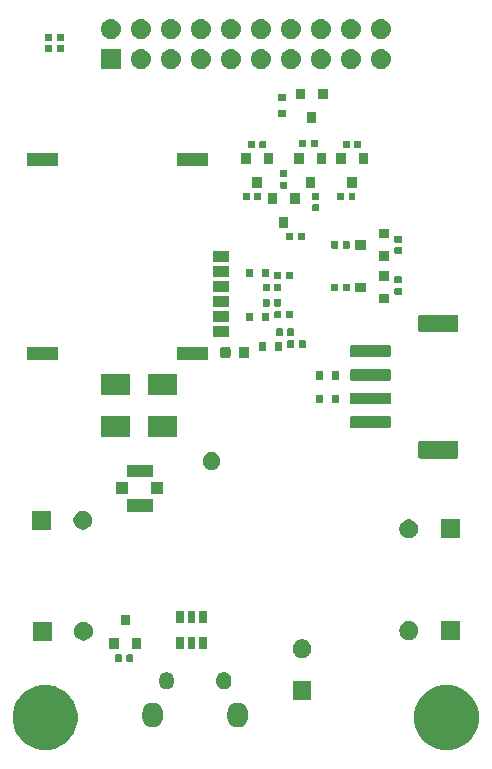
<source format=gbs>
G04 #@! TF.GenerationSoftware,KiCad,Pcbnew,(5.1.4-dirty)*
G04 #@! TF.CreationDate,2020-05-21T00:04:07+08:00*
G04 #@! TF.ProjectId,cicada-4g,63696361-6461-42d3-9467-2e6b69636164,0.1*
G04 #@! TF.SameCoordinates,PX7cee6c0PY3dfd240*
G04 #@! TF.FileFunction,Soldermask,Bot*
G04 #@! TF.FilePolarity,Negative*
%FSLAX46Y46*%
G04 Gerber Fmt 4.6, Leading zero omitted, Abs format (unit mm)*
G04 Created by KiCad (PCBNEW (5.1.4-dirty)) date 2020-05-21 00:04:07*
%MOMM*%
%LPD*%
G04 APERTURE LIST*
%ADD10C,0.150000*%
G04 APERTURE END LIST*
D10*
G36*
X37802144Y-59355680D02*
G01*
X38302612Y-59562981D01*
X38753022Y-59863935D01*
X39136065Y-60246978D01*
X39437019Y-60697388D01*
X39644320Y-61197856D01*
X39750000Y-61729147D01*
X39750000Y-62270853D01*
X39644320Y-62802144D01*
X39437019Y-63302612D01*
X39136065Y-63753022D01*
X38753022Y-64136065D01*
X38302612Y-64437019D01*
X37802144Y-64644320D01*
X37270853Y-64750000D01*
X36729147Y-64750000D01*
X36197856Y-64644320D01*
X35697388Y-64437019D01*
X35246978Y-64136065D01*
X34863935Y-63753022D01*
X34562981Y-63302612D01*
X34355680Y-62802144D01*
X34250000Y-62270853D01*
X34250000Y-61729147D01*
X34355680Y-61197856D01*
X34562981Y-60697388D01*
X34863935Y-60246978D01*
X35246978Y-59863935D01*
X35697388Y-59562981D01*
X36197856Y-59355680D01*
X36729147Y-59250000D01*
X37270853Y-59250000D01*
X37802144Y-59355680D01*
X37802144Y-59355680D01*
G37*
G36*
X3802144Y-59355680D02*
G01*
X4302612Y-59562981D01*
X4753022Y-59863935D01*
X5136065Y-60246978D01*
X5437019Y-60697388D01*
X5644320Y-61197856D01*
X5750000Y-61729147D01*
X5750000Y-62270853D01*
X5644320Y-62802144D01*
X5437019Y-63302612D01*
X5136065Y-63753022D01*
X4753022Y-64136065D01*
X4302612Y-64437019D01*
X3802144Y-64644320D01*
X3270853Y-64750000D01*
X2729147Y-64750000D01*
X2197856Y-64644320D01*
X1697388Y-64437019D01*
X1246978Y-64136065D01*
X863935Y-63753022D01*
X562981Y-63302612D01*
X355680Y-62802144D01*
X250000Y-62270853D01*
X250000Y-61729147D01*
X355680Y-61197856D01*
X562981Y-60697388D01*
X863935Y-60246978D01*
X1246978Y-59863935D01*
X1697388Y-59562981D01*
X2197856Y-59355680D01*
X2729147Y-59250000D01*
X3270853Y-59250000D01*
X3802144Y-59355680D01*
X3802144Y-59355680D01*
G37*
G36*
X12268980Y-60762473D02*
G01*
X12431468Y-60811763D01*
X12431471Y-60811764D01*
X12581218Y-60891805D01*
X12712475Y-60999525D01*
X12820195Y-61130782D01*
X12900236Y-61280529D01*
X12900237Y-61280531D01*
X12949527Y-61443019D01*
X12962000Y-61569661D01*
X12962000Y-62030338D01*
X12949527Y-62156981D01*
X12914985Y-62270851D01*
X12900236Y-62319472D01*
X12820195Y-62469218D01*
X12712475Y-62600475D01*
X12581218Y-62708195D01*
X12431471Y-62788236D01*
X12431469Y-62788237D01*
X12268981Y-62837527D01*
X12100000Y-62854170D01*
X11931020Y-62837527D01*
X11768532Y-62788237D01*
X11768530Y-62788236D01*
X11618783Y-62708195D01*
X11487526Y-62600475D01*
X11379805Y-62469217D01*
X11299764Y-62319471D01*
X11250473Y-62156980D01*
X11238000Y-62030341D01*
X11238000Y-61569660D01*
X11250473Y-61443021D01*
X11250474Y-61443019D01*
X11299763Y-61280532D01*
X11299764Y-61280529D01*
X11379805Y-61130782D01*
X11487525Y-60999525D01*
X11618782Y-60891805D01*
X11768529Y-60811764D01*
X11768531Y-60811763D01*
X11931019Y-60762473D01*
X12100000Y-60745830D01*
X12268980Y-60762473D01*
X12268980Y-60762473D01*
G37*
G36*
X19468980Y-60762473D02*
G01*
X19631468Y-60811763D01*
X19631471Y-60811764D01*
X19781218Y-60891805D01*
X19912475Y-60999525D01*
X20020195Y-61130782D01*
X20100236Y-61280529D01*
X20100237Y-61280531D01*
X20149527Y-61443019D01*
X20162000Y-61569661D01*
X20162000Y-62030338D01*
X20149527Y-62156981D01*
X20114985Y-62270851D01*
X20100236Y-62319472D01*
X20020195Y-62469218D01*
X19912475Y-62600475D01*
X19781218Y-62708195D01*
X19631471Y-62788236D01*
X19631469Y-62788237D01*
X19468981Y-62837527D01*
X19300000Y-62854170D01*
X19131020Y-62837527D01*
X18968532Y-62788237D01*
X18968530Y-62788236D01*
X18818783Y-62708195D01*
X18687526Y-62600475D01*
X18579805Y-62469217D01*
X18499764Y-62319471D01*
X18450473Y-62156980D01*
X18438000Y-62030341D01*
X18438000Y-61569660D01*
X18450473Y-61443021D01*
X18450474Y-61443019D01*
X18499763Y-61280532D01*
X18499764Y-61280529D01*
X18579805Y-61130782D01*
X18687525Y-60999525D01*
X18818782Y-60891805D01*
X18968529Y-60811764D01*
X18968531Y-60811763D01*
X19131019Y-60762473D01*
X19300000Y-60745830D01*
X19468980Y-60762473D01*
X19468980Y-60762473D01*
G37*
G36*
X25550000Y-60500000D02*
G01*
X23950000Y-60500000D01*
X23950000Y-58900000D01*
X25550000Y-58900000D01*
X25550000Y-60500000D01*
X25550000Y-60500000D01*
G37*
G36*
X13397520Y-58184043D02*
G01*
X13515333Y-58219781D01*
X13623910Y-58277817D01*
X13719080Y-58355920D01*
X13797183Y-58451089D01*
X13855219Y-58559666D01*
X13890957Y-58677479D01*
X13900000Y-58769296D01*
X13900000Y-59030703D01*
X13890957Y-59122520D01*
X13855219Y-59240333D01*
X13797183Y-59348911D01*
X13719080Y-59444080D01*
X13623911Y-59522183D01*
X13515334Y-59580219D01*
X13397521Y-59615957D01*
X13275000Y-59628024D01*
X13152480Y-59615957D01*
X13034667Y-59580219D01*
X12926090Y-59522183D01*
X12830921Y-59444080D01*
X12752818Y-59348911D01*
X12694781Y-59240334D01*
X12659043Y-59122521D01*
X12650000Y-59030704D01*
X12650000Y-58769297D01*
X12659043Y-58677480D01*
X12694781Y-58559667D01*
X12752817Y-58451090D01*
X12830920Y-58355920D01*
X12926089Y-58277817D01*
X13034666Y-58219781D01*
X13152479Y-58184043D01*
X13275000Y-58171976D01*
X13397520Y-58184043D01*
X13397520Y-58184043D01*
G37*
G36*
X18247520Y-58184043D02*
G01*
X18365333Y-58219781D01*
X18473910Y-58277817D01*
X18569080Y-58355920D01*
X18647183Y-58451089D01*
X18705219Y-58559666D01*
X18740957Y-58677479D01*
X18750000Y-58769296D01*
X18750000Y-59030703D01*
X18740957Y-59122520D01*
X18705219Y-59240333D01*
X18647183Y-59348911D01*
X18569080Y-59444080D01*
X18473911Y-59522183D01*
X18365334Y-59580219D01*
X18247521Y-59615957D01*
X18125000Y-59628024D01*
X18002480Y-59615957D01*
X17884667Y-59580219D01*
X17776090Y-59522183D01*
X17680921Y-59444080D01*
X17602818Y-59348911D01*
X17544781Y-59240334D01*
X17509043Y-59122521D01*
X17500000Y-59030704D01*
X17500000Y-58769297D01*
X17509043Y-58677480D01*
X17544781Y-58559667D01*
X17602817Y-58451090D01*
X17680920Y-58355920D01*
X17776089Y-58277817D01*
X17884666Y-58219781D01*
X18002479Y-58184043D01*
X18125000Y-58171976D01*
X18247520Y-58184043D01*
X18247520Y-58184043D01*
G37*
G36*
X9441463Y-56682226D02*
G01*
X9457299Y-56687030D01*
X9471886Y-56694827D01*
X9484677Y-56705323D01*
X9495173Y-56718114D01*
X9502970Y-56732701D01*
X9507774Y-56748537D01*
X9510000Y-56771140D01*
X9510000Y-57228860D01*
X9507774Y-57251463D01*
X9502970Y-57267299D01*
X9495173Y-57281886D01*
X9484677Y-57294677D01*
X9471886Y-57305173D01*
X9457299Y-57312970D01*
X9441463Y-57317774D01*
X9418860Y-57320000D01*
X9011140Y-57320000D01*
X8988537Y-57317774D01*
X8972701Y-57312970D01*
X8958114Y-57305173D01*
X8945323Y-57294677D01*
X8934827Y-57281886D01*
X8927030Y-57267299D01*
X8922226Y-57251463D01*
X8920000Y-57228860D01*
X8920000Y-56771140D01*
X8922226Y-56748537D01*
X8927030Y-56732701D01*
X8934827Y-56718114D01*
X8945323Y-56705323D01*
X8958114Y-56694827D01*
X8972701Y-56687030D01*
X8988537Y-56682226D01*
X9011140Y-56680000D01*
X9418860Y-56680000D01*
X9441463Y-56682226D01*
X9441463Y-56682226D01*
G37*
G36*
X10411463Y-56682226D02*
G01*
X10427299Y-56687030D01*
X10441886Y-56694827D01*
X10454677Y-56705323D01*
X10465173Y-56718114D01*
X10472970Y-56732701D01*
X10477774Y-56748537D01*
X10480000Y-56771140D01*
X10480000Y-57228860D01*
X10477774Y-57251463D01*
X10472970Y-57267299D01*
X10465173Y-57281886D01*
X10454677Y-57294677D01*
X10441886Y-57305173D01*
X10427299Y-57312970D01*
X10411463Y-57317774D01*
X10388860Y-57320000D01*
X9981140Y-57320000D01*
X9958537Y-57317774D01*
X9942701Y-57312970D01*
X9928114Y-57305173D01*
X9915323Y-57294677D01*
X9904827Y-57281886D01*
X9897030Y-57267299D01*
X9892226Y-57251463D01*
X9890000Y-57228860D01*
X9890000Y-56771140D01*
X9892226Y-56748537D01*
X9897030Y-56732701D01*
X9904827Y-56718114D01*
X9915323Y-56705323D01*
X9928114Y-56694827D01*
X9942701Y-56687030D01*
X9958537Y-56682226D01*
X9981140Y-56680000D01*
X10388860Y-56680000D01*
X10411463Y-56682226D01*
X10411463Y-56682226D01*
G37*
G36*
X24983351Y-55430743D02*
G01*
X25128941Y-55491048D01*
X25259970Y-55578599D01*
X25371401Y-55690030D01*
X25458952Y-55821059D01*
X25519257Y-55966649D01*
X25550000Y-56121206D01*
X25550000Y-56278794D01*
X25519257Y-56433351D01*
X25458952Y-56578941D01*
X25371401Y-56709970D01*
X25259970Y-56821401D01*
X25128941Y-56908952D01*
X24983351Y-56969257D01*
X24828794Y-57000000D01*
X24671206Y-57000000D01*
X24516649Y-56969257D01*
X24371059Y-56908952D01*
X24240030Y-56821401D01*
X24128599Y-56709970D01*
X24041048Y-56578941D01*
X23980743Y-56433351D01*
X23950000Y-56278794D01*
X23950000Y-56121206D01*
X23980743Y-55966649D01*
X24041048Y-55821059D01*
X24128599Y-55690030D01*
X24240030Y-55578599D01*
X24371059Y-55491048D01*
X24516649Y-55430743D01*
X24671206Y-55400000D01*
X24828794Y-55400000D01*
X24983351Y-55430743D01*
X24983351Y-55430743D01*
G37*
G36*
X15725000Y-56230000D02*
G01*
X15075000Y-56230000D01*
X15075000Y-55170000D01*
X15725000Y-55170000D01*
X15725000Y-56230000D01*
X15725000Y-56230000D01*
G37*
G36*
X14775000Y-56230000D02*
G01*
X14125000Y-56230000D01*
X14125000Y-55170000D01*
X14775000Y-55170000D01*
X14775000Y-56230000D01*
X14775000Y-56230000D01*
G37*
G36*
X16675000Y-56230000D02*
G01*
X16025000Y-56230000D01*
X16025000Y-55170000D01*
X16675000Y-55170000D01*
X16675000Y-56230000D01*
X16675000Y-56230000D01*
G37*
G36*
X11150000Y-56200000D02*
G01*
X10350000Y-56200000D01*
X10350000Y-55300000D01*
X11150000Y-55300000D01*
X11150000Y-56200000D01*
X11150000Y-56200000D01*
G37*
G36*
X9250000Y-56200000D02*
G01*
X8450000Y-56200000D01*
X8450000Y-55300000D01*
X9250000Y-55300000D01*
X9250000Y-56200000D01*
X9250000Y-56200000D01*
G37*
G36*
X6483351Y-53930743D02*
G01*
X6628941Y-53991048D01*
X6759970Y-54078599D01*
X6871401Y-54190030D01*
X6958952Y-54321059D01*
X7019257Y-54466649D01*
X7050000Y-54621206D01*
X7050000Y-54778794D01*
X7019257Y-54933351D01*
X6958952Y-55078941D01*
X6871401Y-55209970D01*
X6759970Y-55321401D01*
X6628941Y-55408952D01*
X6483351Y-55469257D01*
X6328794Y-55500000D01*
X6171206Y-55500000D01*
X6016649Y-55469257D01*
X5871059Y-55408952D01*
X5740030Y-55321401D01*
X5628599Y-55209970D01*
X5541048Y-55078941D01*
X5480743Y-54933351D01*
X5450000Y-54778794D01*
X5450000Y-54621206D01*
X5480743Y-54466649D01*
X5541048Y-54321059D01*
X5628599Y-54190030D01*
X5740030Y-54078599D01*
X5871059Y-53991048D01*
X6016649Y-53930743D01*
X6171206Y-53900000D01*
X6328794Y-53900000D01*
X6483351Y-53930743D01*
X6483351Y-53930743D01*
G37*
G36*
X3550000Y-55500000D02*
G01*
X1950000Y-55500000D01*
X1950000Y-53900000D01*
X3550000Y-53900000D01*
X3550000Y-55500000D01*
X3550000Y-55500000D01*
G37*
G36*
X38100000Y-55450000D02*
G01*
X36500000Y-55450000D01*
X36500000Y-53850000D01*
X38100000Y-53850000D01*
X38100000Y-55450000D01*
X38100000Y-55450000D01*
G37*
G36*
X34033351Y-53880743D02*
G01*
X34178941Y-53941048D01*
X34309970Y-54028599D01*
X34421401Y-54140030D01*
X34508952Y-54271059D01*
X34569257Y-54416649D01*
X34600000Y-54571206D01*
X34600000Y-54728794D01*
X34569257Y-54883351D01*
X34508952Y-55028941D01*
X34421401Y-55159970D01*
X34309970Y-55271401D01*
X34178941Y-55358952D01*
X34033351Y-55419257D01*
X33878794Y-55450000D01*
X33721206Y-55450000D01*
X33566649Y-55419257D01*
X33421059Y-55358952D01*
X33290030Y-55271401D01*
X33178599Y-55159970D01*
X33091048Y-55028941D01*
X33030743Y-54883351D01*
X33000000Y-54728794D01*
X33000000Y-54571206D01*
X33030743Y-54416649D01*
X33091048Y-54271059D01*
X33178599Y-54140030D01*
X33290030Y-54028599D01*
X33421059Y-53941048D01*
X33566649Y-53880743D01*
X33721206Y-53850000D01*
X33878794Y-53850000D01*
X34033351Y-53880743D01*
X34033351Y-53880743D01*
G37*
G36*
X10200000Y-54200000D02*
G01*
X9400000Y-54200000D01*
X9400000Y-53300000D01*
X10200000Y-53300000D01*
X10200000Y-54200000D01*
X10200000Y-54200000D01*
G37*
G36*
X15725000Y-54030000D02*
G01*
X15075000Y-54030000D01*
X15075000Y-52970000D01*
X15725000Y-52970000D01*
X15725000Y-54030000D01*
X15725000Y-54030000D01*
G37*
G36*
X16675000Y-54030000D02*
G01*
X16025000Y-54030000D01*
X16025000Y-52970000D01*
X16675000Y-52970000D01*
X16675000Y-54030000D01*
X16675000Y-54030000D01*
G37*
G36*
X14775000Y-54030000D02*
G01*
X14125000Y-54030000D01*
X14125000Y-52970000D01*
X14775000Y-52970000D01*
X14775000Y-54030000D01*
X14775000Y-54030000D01*
G37*
G36*
X34033351Y-45280743D02*
G01*
X34178941Y-45341048D01*
X34309970Y-45428599D01*
X34421401Y-45540030D01*
X34508952Y-45671059D01*
X34569257Y-45816649D01*
X34600000Y-45971206D01*
X34600000Y-46128794D01*
X34569257Y-46283351D01*
X34508952Y-46428941D01*
X34421401Y-46559970D01*
X34309970Y-46671401D01*
X34178941Y-46758952D01*
X34033351Y-46819257D01*
X33878794Y-46850000D01*
X33721206Y-46850000D01*
X33566649Y-46819257D01*
X33421059Y-46758952D01*
X33290030Y-46671401D01*
X33178599Y-46559970D01*
X33091048Y-46428941D01*
X33030743Y-46283351D01*
X33000000Y-46128794D01*
X33000000Y-45971206D01*
X33030743Y-45816649D01*
X33091048Y-45671059D01*
X33178599Y-45540030D01*
X33290030Y-45428599D01*
X33421059Y-45341048D01*
X33566649Y-45280743D01*
X33721206Y-45250000D01*
X33878794Y-45250000D01*
X34033351Y-45280743D01*
X34033351Y-45280743D01*
G37*
G36*
X38100000Y-46850000D02*
G01*
X36500000Y-46850000D01*
X36500000Y-45250000D01*
X38100000Y-45250000D01*
X38100000Y-46850000D01*
X38100000Y-46850000D01*
G37*
G36*
X3500000Y-46100000D02*
G01*
X1900000Y-46100000D01*
X1900000Y-44500000D01*
X3500000Y-44500000D01*
X3500000Y-46100000D01*
X3500000Y-46100000D01*
G37*
G36*
X6433351Y-44530743D02*
G01*
X6578941Y-44591048D01*
X6709970Y-44678599D01*
X6821401Y-44790030D01*
X6908952Y-44921059D01*
X6969257Y-45066649D01*
X7000000Y-45221206D01*
X7000000Y-45378794D01*
X6969257Y-45533351D01*
X6908952Y-45678941D01*
X6821401Y-45809970D01*
X6709970Y-45921401D01*
X6578941Y-46008952D01*
X6433351Y-46069257D01*
X6278794Y-46100000D01*
X6121206Y-46100000D01*
X5966649Y-46069257D01*
X5821059Y-46008952D01*
X5690030Y-45921401D01*
X5578599Y-45809970D01*
X5491048Y-45678941D01*
X5430743Y-45533351D01*
X5400000Y-45378794D01*
X5400000Y-45221206D01*
X5430743Y-45066649D01*
X5491048Y-44921059D01*
X5578599Y-44790030D01*
X5690030Y-44678599D01*
X5821059Y-44591048D01*
X5966649Y-44530743D01*
X6121206Y-44500000D01*
X6278794Y-44500000D01*
X6433351Y-44530743D01*
X6433351Y-44530743D01*
G37*
G36*
X12100000Y-44600000D02*
G01*
X9900000Y-44600000D01*
X9900000Y-43550000D01*
X12100000Y-43550000D01*
X12100000Y-44600000D01*
X12100000Y-44600000D01*
G37*
G36*
X10000000Y-43100000D02*
G01*
X9000000Y-43100000D01*
X9000000Y-42100000D01*
X10000000Y-42100000D01*
X10000000Y-43100000D01*
X10000000Y-43100000D01*
G37*
G36*
X13000000Y-43100000D02*
G01*
X12000000Y-43100000D01*
X12000000Y-42100000D01*
X13000000Y-42100000D01*
X13000000Y-43100000D01*
X13000000Y-43100000D01*
G37*
G36*
X12100000Y-41650000D02*
G01*
X9900000Y-41650000D01*
X9900000Y-40600000D01*
X12100000Y-40600000D01*
X12100000Y-41650000D01*
X12100000Y-41650000D01*
G37*
G36*
X17318766Y-39578821D02*
G01*
X17455257Y-39635358D01*
X17578097Y-39717437D01*
X17682563Y-39821903D01*
X17764642Y-39944743D01*
X17821179Y-40081234D01*
X17850000Y-40226130D01*
X17850000Y-40373870D01*
X17821179Y-40518766D01*
X17764642Y-40655257D01*
X17682563Y-40778097D01*
X17578097Y-40882563D01*
X17455257Y-40964642D01*
X17318766Y-41021179D01*
X17173870Y-41050000D01*
X17026130Y-41050000D01*
X16881234Y-41021179D01*
X16744743Y-40964642D01*
X16621903Y-40882563D01*
X16517437Y-40778097D01*
X16435358Y-40655257D01*
X16378821Y-40518766D01*
X16350000Y-40373870D01*
X16350000Y-40226130D01*
X16378821Y-40081234D01*
X16435358Y-39944743D01*
X16517437Y-39821903D01*
X16621903Y-39717437D01*
X16744743Y-39635358D01*
X16881234Y-39578821D01*
X17026130Y-39550000D01*
X17173870Y-39550000D01*
X17318766Y-39578821D01*
X17318766Y-39578821D01*
G37*
G36*
X37865731Y-38603795D02*
G01*
X37896879Y-38613244D01*
X37925593Y-38628592D01*
X37950757Y-38649243D01*
X37971408Y-38674407D01*
X37986756Y-38703121D01*
X37996205Y-38734269D01*
X38000000Y-38772806D01*
X38000000Y-39927194D01*
X37996205Y-39965731D01*
X37986756Y-39996879D01*
X37971408Y-40025593D01*
X37950757Y-40050757D01*
X37925593Y-40071408D01*
X37896879Y-40086756D01*
X37865731Y-40096205D01*
X37827194Y-40100000D01*
X34772806Y-40100000D01*
X34734269Y-40096205D01*
X34703121Y-40086756D01*
X34674407Y-40071408D01*
X34649243Y-40050757D01*
X34628592Y-40025593D01*
X34613244Y-39996879D01*
X34603795Y-39965731D01*
X34600000Y-39927194D01*
X34600000Y-38772806D01*
X34603795Y-38734269D01*
X34613244Y-38703121D01*
X34628592Y-38674407D01*
X34649243Y-38649243D01*
X34674407Y-38628592D01*
X34703121Y-38613244D01*
X34734269Y-38603795D01*
X34772806Y-38600000D01*
X37827194Y-38600000D01*
X37865731Y-38603795D01*
X37865731Y-38603795D01*
G37*
G36*
X10200000Y-38250000D02*
G01*
X7700000Y-38250000D01*
X7700000Y-36450000D01*
X10200000Y-36450000D01*
X10200000Y-38250000D01*
X10200000Y-38250000D01*
G37*
G36*
X14200000Y-38250000D02*
G01*
X11700000Y-38250000D01*
X11700000Y-36450000D01*
X14200000Y-36450000D01*
X14200000Y-38250000D01*
X14200000Y-38250000D01*
G37*
G36*
X32148963Y-36504196D02*
G01*
X32184021Y-36514831D01*
X32216332Y-36532102D01*
X32244655Y-36555345D01*
X32267898Y-36583668D01*
X32285169Y-36615979D01*
X32295804Y-36651037D01*
X32300000Y-36693641D01*
X32300000Y-37306359D01*
X32295804Y-37348963D01*
X32285169Y-37384021D01*
X32267898Y-37416332D01*
X32244655Y-37444655D01*
X32216332Y-37467898D01*
X32184021Y-37485169D01*
X32148963Y-37495804D01*
X32106359Y-37500000D01*
X28993641Y-37500000D01*
X28951037Y-37495804D01*
X28915979Y-37485169D01*
X28883668Y-37467898D01*
X28855345Y-37444655D01*
X28832102Y-37416332D01*
X28814831Y-37384021D01*
X28804196Y-37348963D01*
X28800000Y-37306359D01*
X28800000Y-36693641D01*
X28804196Y-36651037D01*
X28814831Y-36615979D01*
X28832102Y-36583668D01*
X28855345Y-36555345D01*
X28883668Y-36532102D01*
X28915979Y-36514831D01*
X28951037Y-36504196D01*
X28993641Y-36500000D01*
X32106359Y-36500000D01*
X32148963Y-36504196D01*
X32148963Y-36504196D01*
G37*
G36*
X32148963Y-34504196D02*
G01*
X32184021Y-34514831D01*
X32216332Y-34532102D01*
X32244655Y-34555345D01*
X32267898Y-34583668D01*
X32285169Y-34615979D01*
X32295804Y-34651037D01*
X32300000Y-34693641D01*
X32300000Y-35306359D01*
X32295804Y-35348963D01*
X32285169Y-35384021D01*
X32267898Y-35416332D01*
X32244655Y-35444655D01*
X32216332Y-35467898D01*
X32184021Y-35485169D01*
X32148963Y-35495804D01*
X32106359Y-35500000D01*
X28993641Y-35500000D01*
X28951037Y-35495804D01*
X28915979Y-35485169D01*
X28883668Y-35467898D01*
X28855345Y-35444655D01*
X28832102Y-35416332D01*
X28814831Y-35384021D01*
X28804196Y-35348963D01*
X28800000Y-35306359D01*
X28800000Y-34693641D01*
X28804196Y-34651037D01*
X28814831Y-34615979D01*
X28832102Y-34583668D01*
X28855345Y-34555345D01*
X28883668Y-34532102D01*
X28915979Y-34514831D01*
X28951037Y-34504196D01*
X28993641Y-34500000D01*
X32106359Y-34500000D01*
X32148963Y-34504196D01*
X32148963Y-34504196D01*
G37*
G36*
X27900000Y-35400000D02*
G01*
X27300000Y-35400000D01*
X27300000Y-34700000D01*
X27900000Y-34700000D01*
X27900000Y-35400000D01*
X27900000Y-35400000D01*
G37*
G36*
X26500000Y-35400000D02*
G01*
X25900000Y-35400000D01*
X25900000Y-34700000D01*
X26500000Y-34700000D01*
X26500000Y-35400000D01*
X26500000Y-35400000D01*
G37*
G36*
X10200000Y-34700000D02*
G01*
X7700000Y-34700000D01*
X7700000Y-32900000D01*
X10200000Y-32900000D01*
X10200000Y-34700000D01*
X10200000Y-34700000D01*
G37*
G36*
X14200000Y-34700000D02*
G01*
X11700000Y-34700000D01*
X11700000Y-32900000D01*
X14200000Y-32900000D01*
X14200000Y-34700000D01*
X14200000Y-34700000D01*
G37*
G36*
X32148963Y-32504196D02*
G01*
X32184021Y-32514831D01*
X32216332Y-32532102D01*
X32244655Y-32555345D01*
X32267898Y-32583668D01*
X32285169Y-32615979D01*
X32295804Y-32651037D01*
X32300000Y-32693641D01*
X32300000Y-33306359D01*
X32295804Y-33348963D01*
X32285169Y-33384021D01*
X32267898Y-33416332D01*
X32244655Y-33444655D01*
X32216332Y-33467898D01*
X32184021Y-33485169D01*
X32148963Y-33495804D01*
X32106359Y-33500000D01*
X28993641Y-33500000D01*
X28951037Y-33495804D01*
X28915979Y-33485169D01*
X28883668Y-33467898D01*
X28855345Y-33444655D01*
X28832102Y-33416332D01*
X28814831Y-33384021D01*
X28804196Y-33348963D01*
X28800000Y-33306359D01*
X28800000Y-32693641D01*
X28804196Y-32651037D01*
X28814831Y-32615979D01*
X28832102Y-32583668D01*
X28855345Y-32555345D01*
X28883668Y-32532102D01*
X28915979Y-32514831D01*
X28951037Y-32504196D01*
X28993641Y-32500000D01*
X32106359Y-32500000D01*
X32148963Y-32504196D01*
X32148963Y-32504196D01*
G37*
G36*
X26500000Y-33400000D02*
G01*
X25900000Y-33400000D01*
X25900000Y-32700000D01*
X26500000Y-32700000D01*
X26500000Y-33400000D01*
X26500000Y-33400000D01*
G37*
G36*
X27900000Y-33400000D02*
G01*
X27300000Y-33400000D01*
X27300000Y-32700000D01*
X27900000Y-32700000D01*
X27900000Y-33400000D01*
X27900000Y-33400000D01*
G37*
G36*
X4095000Y-31750000D02*
G01*
X1495000Y-31750000D01*
X1495000Y-30650000D01*
X4095000Y-30650000D01*
X4095000Y-31750000D01*
X4095000Y-31750000D01*
G37*
G36*
X16775000Y-31750000D02*
G01*
X14175000Y-31750000D01*
X14175000Y-30650000D01*
X16775000Y-30650000D01*
X16775000Y-31750000D01*
X16775000Y-31750000D01*
G37*
G36*
X18574116Y-30628595D02*
G01*
X18603311Y-30637452D01*
X18630223Y-30651837D01*
X18653808Y-30671192D01*
X18673163Y-30694777D01*
X18687548Y-30721689D01*
X18696405Y-30750884D01*
X18700000Y-30787390D01*
X18700000Y-31412610D01*
X18696405Y-31449116D01*
X18687548Y-31478311D01*
X18673163Y-31505223D01*
X18653808Y-31528808D01*
X18630223Y-31548163D01*
X18603311Y-31562548D01*
X18574116Y-31571405D01*
X18537610Y-31575000D01*
X17987390Y-31575000D01*
X17950884Y-31571405D01*
X17921689Y-31562548D01*
X17894777Y-31548163D01*
X17871192Y-31528808D01*
X17851837Y-31505223D01*
X17837452Y-31478311D01*
X17828595Y-31449116D01*
X17825000Y-31412610D01*
X17825000Y-30787390D01*
X17828595Y-30750884D01*
X17837452Y-30721689D01*
X17851837Y-30694777D01*
X17871192Y-30671192D01*
X17894777Y-30651837D01*
X17921689Y-30637452D01*
X17950884Y-30628595D01*
X17987390Y-30625000D01*
X18537610Y-30625000D01*
X18574116Y-30628595D01*
X18574116Y-30628595D01*
G37*
G36*
X20149116Y-30628595D02*
G01*
X20178311Y-30637452D01*
X20205223Y-30651837D01*
X20228808Y-30671192D01*
X20248163Y-30694777D01*
X20262548Y-30721689D01*
X20271405Y-30750884D01*
X20275000Y-30787390D01*
X20275000Y-31412610D01*
X20271405Y-31449116D01*
X20262548Y-31478311D01*
X20248163Y-31505223D01*
X20228808Y-31528808D01*
X20205223Y-31548163D01*
X20178311Y-31562548D01*
X20149116Y-31571405D01*
X20112610Y-31575000D01*
X19562390Y-31575000D01*
X19525884Y-31571405D01*
X19496689Y-31562548D01*
X19469777Y-31548163D01*
X19446192Y-31528808D01*
X19426837Y-31505223D01*
X19412452Y-31478311D01*
X19403595Y-31449116D01*
X19400000Y-31412610D01*
X19400000Y-30787390D01*
X19403595Y-30750884D01*
X19412452Y-30721689D01*
X19426837Y-30694777D01*
X19446192Y-30671192D01*
X19469777Y-30651837D01*
X19496689Y-30637452D01*
X19525884Y-30628595D01*
X19562390Y-30625000D01*
X20112610Y-30625000D01*
X20149116Y-30628595D01*
X20149116Y-30628595D01*
G37*
G36*
X32148963Y-30504196D02*
G01*
X32184021Y-30514831D01*
X32216332Y-30532102D01*
X32244655Y-30555345D01*
X32267898Y-30583668D01*
X32285169Y-30615979D01*
X32295804Y-30651037D01*
X32300000Y-30693641D01*
X32300000Y-31306359D01*
X32295804Y-31348963D01*
X32285169Y-31384021D01*
X32267898Y-31416332D01*
X32244655Y-31444655D01*
X32216332Y-31467898D01*
X32184021Y-31485169D01*
X32148963Y-31495804D01*
X32106359Y-31500000D01*
X28993641Y-31500000D01*
X28951037Y-31495804D01*
X28915979Y-31485169D01*
X28883668Y-31467898D01*
X28855345Y-31444655D01*
X28832102Y-31416332D01*
X28814831Y-31384021D01*
X28804196Y-31348963D01*
X28800000Y-31306359D01*
X28800000Y-30693641D01*
X28804196Y-30651037D01*
X28814831Y-30615979D01*
X28832102Y-30583668D01*
X28855345Y-30555345D01*
X28883668Y-30532102D01*
X28915979Y-30514831D01*
X28951037Y-30504196D01*
X28993641Y-30500000D01*
X32106359Y-30500000D01*
X32148963Y-30504196D01*
X32148963Y-30504196D01*
G37*
G36*
X21700000Y-30950000D02*
G01*
X21100000Y-30950000D01*
X21100000Y-30250000D01*
X21700000Y-30250000D01*
X21700000Y-30950000D01*
X21700000Y-30950000D01*
G37*
G36*
X23100000Y-30950000D02*
G01*
X22500000Y-30950000D01*
X22500000Y-30250000D01*
X23100000Y-30250000D01*
X23100000Y-30950000D01*
X23100000Y-30950000D01*
G37*
G36*
X24996463Y-30082226D02*
G01*
X25012299Y-30087030D01*
X25026886Y-30094827D01*
X25039677Y-30105323D01*
X25050173Y-30118114D01*
X25057970Y-30132701D01*
X25062774Y-30148537D01*
X25065000Y-30171140D01*
X25065000Y-30628860D01*
X25062774Y-30651463D01*
X25057970Y-30667299D01*
X25050173Y-30681886D01*
X25039677Y-30694677D01*
X25026886Y-30705173D01*
X25012299Y-30712970D01*
X24996463Y-30717774D01*
X24973860Y-30720000D01*
X24566140Y-30720000D01*
X24543537Y-30717774D01*
X24527701Y-30712970D01*
X24513114Y-30705173D01*
X24500323Y-30694677D01*
X24489827Y-30681886D01*
X24482030Y-30667299D01*
X24477226Y-30651463D01*
X24475000Y-30628860D01*
X24475000Y-30171140D01*
X24477226Y-30148537D01*
X24482030Y-30132701D01*
X24489827Y-30118114D01*
X24500323Y-30105323D01*
X24513114Y-30094827D01*
X24527701Y-30087030D01*
X24543537Y-30082226D01*
X24566140Y-30080000D01*
X24973860Y-30080000D01*
X24996463Y-30082226D01*
X24996463Y-30082226D01*
G37*
G36*
X24026463Y-30082226D02*
G01*
X24042299Y-30087030D01*
X24056886Y-30094827D01*
X24069677Y-30105323D01*
X24080173Y-30118114D01*
X24087970Y-30132701D01*
X24092774Y-30148537D01*
X24095000Y-30171140D01*
X24095000Y-30628860D01*
X24092774Y-30651463D01*
X24087970Y-30667299D01*
X24080173Y-30681886D01*
X24069677Y-30694677D01*
X24056886Y-30705173D01*
X24042299Y-30712970D01*
X24026463Y-30717774D01*
X24003860Y-30720000D01*
X23596140Y-30720000D01*
X23573537Y-30717774D01*
X23557701Y-30712970D01*
X23543114Y-30705173D01*
X23530323Y-30694677D01*
X23519827Y-30681886D01*
X23512030Y-30667299D01*
X23507226Y-30651463D01*
X23505000Y-30628860D01*
X23505000Y-30171140D01*
X23507226Y-30148537D01*
X23512030Y-30132701D01*
X23519827Y-30118114D01*
X23530323Y-30105323D01*
X23543114Y-30094827D01*
X23557701Y-30087030D01*
X23573537Y-30082226D01*
X23596140Y-30080000D01*
X24003860Y-30080000D01*
X24026463Y-30082226D01*
X24026463Y-30082226D01*
G37*
G36*
X18575000Y-29800000D02*
G01*
X17225000Y-29800000D01*
X17225000Y-28900000D01*
X18575000Y-28900000D01*
X18575000Y-29800000D01*
X18575000Y-29800000D01*
G37*
G36*
X24011463Y-29082226D02*
G01*
X24027299Y-29087030D01*
X24041886Y-29094827D01*
X24054677Y-29105323D01*
X24065173Y-29118114D01*
X24072970Y-29132701D01*
X24077774Y-29148537D01*
X24080000Y-29171140D01*
X24080000Y-29628860D01*
X24077774Y-29651463D01*
X24072970Y-29667299D01*
X24065173Y-29681886D01*
X24054677Y-29694677D01*
X24041886Y-29705173D01*
X24027299Y-29712970D01*
X24011463Y-29717774D01*
X23988860Y-29720000D01*
X23581140Y-29720000D01*
X23558537Y-29717774D01*
X23542701Y-29712970D01*
X23528114Y-29705173D01*
X23515323Y-29694677D01*
X23504827Y-29681886D01*
X23497030Y-29667299D01*
X23492226Y-29651463D01*
X23490000Y-29628860D01*
X23490000Y-29171140D01*
X23492226Y-29148537D01*
X23497030Y-29132701D01*
X23504827Y-29118114D01*
X23515323Y-29105323D01*
X23528114Y-29094827D01*
X23542701Y-29087030D01*
X23558537Y-29082226D01*
X23581140Y-29080000D01*
X23988860Y-29080000D01*
X24011463Y-29082226D01*
X24011463Y-29082226D01*
G37*
G36*
X23041463Y-29082226D02*
G01*
X23057299Y-29087030D01*
X23071886Y-29094827D01*
X23084677Y-29105323D01*
X23095173Y-29118114D01*
X23102970Y-29132701D01*
X23107774Y-29148537D01*
X23110000Y-29171140D01*
X23110000Y-29628860D01*
X23107774Y-29651463D01*
X23102970Y-29667299D01*
X23095173Y-29681886D01*
X23084677Y-29694677D01*
X23071886Y-29705173D01*
X23057299Y-29712970D01*
X23041463Y-29717774D01*
X23018860Y-29720000D01*
X22611140Y-29720000D01*
X22588537Y-29717774D01*
X22572701Y-29712970D01*
X22558114Y-29705173D01*
X22545323Y-29694677D01*
X22534827Y-29681886D01*
X22527030Y-29667299D01*
X22522226Y-29651463D01*
X22520000Y-29628860D01*
X22520000Y-29171140D01*
X22522226Y-29148537D01*
X22527030Y-29132701D01*
X22534827Y-29118114D01*
X22545323Y-29105323D01*
X22558114Y-29094827D01*
X22572701Y-29087030D01*
X22588537Y-29082226D01*
X22611140Y-29080000D01*
X23018860Y-29080000D01*
X23041463Y-29082226D01*
X23041463Y-29082226D01*
G37*
G36*
X37865731Y-27903795D02*
G01*
X37896879Y-27913244D01*
X37925593Y-27928592D01*
X37950757Y-27949243D01*
X37971408Y-27974407D01*
X37986756Y-28003121D01*
X37996205Y-28034269D01*
X38000000Y-28072806D01*
X38000000Y-29227194D01*
X37996205Y-29265731D01*
X37986756Y-29296879D01*
X37971408Y-29325593D01*
X37950757Y-29350757D01*
X37925593Y-29371408D01*
X37896879Y-29386756D01*
X37865731Y-29396205D01*
X37827194Y-29400000D01*
X34772806Y-29400000D01*
X34734269Y-29396205D01*
X34703121Y-29386756D01*
X34674407Y-29371408D01*
X34649243Y-29350757D01*
X34628592Y-29325593D01*
X34613244Y-29296879D01*
X34603795Y-29265731D01*
X34600000Y-29227194D01*
X34600000Y-28072806D01*
X34603795Y-28034269D01*
X34613244Y-28003121D01*
X34628592Y-27974407D01*
X34649243Y-27949243D01*
X34674407Y-27928592D01*
X34703121Y-27913244D01*
X34734269Y-27903795D01*
X34772806Y-27900000D01*
X37827194Y-27900000D01*
X37865731Y-27903795D01*
X37865731Y-27903795D01*
G37*
G36*
X18575000Y-28530000D02*
G01*
X17225000Y-28530000D01*
X17225000Y-27630000D01*
X18575000Y-27630000D01*
X18575000Y-28530000D01*
X18575000Y-28530000D01*
G37*
G36*
X20600000Y-28450000D02*
G01*
X20000000Y-28450000D01*
X20000000Y-27750000D01*
X20600000Y-27750000D01*
X20600000Y-28450000D01*
X20600000Y-28450000D01*
G37*
G36*
X22000000Y-28450000D02*
G01*
X21400000Y-28450000D01*
X21400000Y-27750000D01*
X22000000Y-27750000D01*
X22000000Y-28450000D01*
X22000000Y-28450000D01*
G37*
G36*
X23911463Y-27582226D02*
G01*
X23927299Y-27587030D01*
X23941886Y-27594827D01*
X23954677Y-27605323D01*
X23965173Y-27618114D01*
X23972970Y-27632701D01*
X23977774Y-27648537D01*
X23980000Y-27671140D01*
X23980000Y-28128860D01*
X23977774Y-28151463D01*
X23972970Y-28167299D01*
X23965173Y-28181886D01*
X23954677Y-28194677D01*
X23941886Y-28205173D01*
X23927299Y-28212970D01*
X23911463Y-28217774D01*
X23888860Y-28220000D01*
X23481140Y-28220000D01*
X23458537Y-28217774D01*
X23442701Y-28212970D01*
X23428114Y-28205173D01*
X23415323Y-28194677D01*
X23404827Y-28181886D01*
X23397030Y-28167299D01*
X23392226Y-28151463D01*
X23390000Y-28128860D01*
X23390000Y-27671140D01*
X23392226Y-27648537D01*
X23397030Y-27632701D01*
X23404827Y-27618114D01*
X23415323Y-27605323D01*
X23428114Y-27594827D01*
X23442701Y-27587030D01*
X23458537Y-27582226D01*
X23481140Y-27580000D01*
X23888860Y-27580000D01*
X23911463Y-27582226D01*
X23911463Y-27582226D01*
G37*
G36*
X22941463Y-27582226D02*
G01*
X22957299Y-27587030D01*
X22971886Y-27594827D01*
X22984677Y-27605323D01*
X22995173Y-27618114D01*
X23002970Y-27632701D01*
X23007774Y-27648537D01*
X23010000Y-27671140D01*
X23010000Y-28128860D01*
X23007774Y-28151463D01*
X23002970Y-28167299D01*
X22995173Y-28181886D01*
X22984677Y-28194677D01*
X22971886Y-28205173D01*
X22957299Y-28212970D01*
X22941463Y-28217774D01*
X22918860Y-28220000D01*
X22511140Y-28220000D01*
X22488537Y-28217774D01*
X22472701Y-28212970D01*
X22458114Y-28205173D01*
X22445323Y-28194677D01*
X22434827Y-28181886D01*
X22427030Y-28167299D01*
X22422226Y-28151463D01*
X22420000Y-28128860D01*
X22420000Y-27671140D01*
X22422226Y-27648537D01*
X22427030Y-27632701D01*
X22434827Y-27618114D01*
X22445323Y-27605323D01*
X22458114Y-27594827D01*
X22472701Y-27587030D01*
X22488537Y-27582226D01*
X22511140Y-27580000D01*
X22918860Y-27580000D01*
X22941463Y-27582226D01*
X22941463Y-27582226D01*
G37*
G36*
X18575000Y-27260000D02*
G01*
X17225000Y-27260000D01*
X17225000Y-26360000D01*
X18575000Y-26360000D01*
X18575000Y-27260000D01*
X18575000Y-27260000D01*
G37*
G36*
X22911463Y-26582226D02*
G01*
X22927299Y-26587030D01*
X22941886Y-26594827D01*
X22954677Y-26605323D01*
X22965173Y-26618114D01*
X22972970Y-26632701D01*
X22977774Y-26648537D01*
X22980000Y-26671140D01*
X22980000Y-27128860D01*
X22977774Y-27151463D01*
X22972970Y-27167299D01*
X22965173Y-27181886D01*
X22954677Y-27194677D01*
X22941886Y-27205173D01*
X22927299Y-27212970D01*
X22911463Y-27217774D01*
X22888860Y-27220000D01*
X22481140Y-27220000D01*
X22458537Y-27217774D01*
X22442701Y-27212970D01*
X22428114Y-27205173D01*
X22415323Y-27194677D01*
X22404827Y-27181886D01*
X22397030Y-27167299D01*
X22392226Y-27151463D01*
X22390000Y-27128860D01*
X22390000Y-26671140D01*
X22392226Y-26648537D01*
X22397030Y-26632701D01*
X22404827Y-26618114D01*
X22415323Y-26605323D01*
X22428114Y-26594827D01*
X22442701Y-26587030D01*
X22458537Y-26582226D01*
X22481140Y-26580000D01*
X22888860Y-26580000D01*
X22911463Y-26582226D01*
X22911463Y-26582226D01*
G37*
G36*
X21941463Y-26582226D02*
G01*
X21957299Y-26587030D01*
X21971886Y-26594827D01*
X21984677Y-26605323D01*
X21995173Y-26618114D01*
X22002970Y-26632701D01*
X22007774Y-26648537D01*
X22010000Y-26671140D01*
X22010000Y-27128860D01*
X22007774Y-27151463D01*
X22002970Y-27167299D01*
X21995173Y-27181886D01*
X21984677Y-27194677D01*
X21971886Y-27205173D01*
X21957299Y-27212970D01*
X21941463Y-27217774D01*
X21918860Y-27220000D01*
X21511140Y-27220000D01*
X21488537Y-27217774D01*
X21472701Y-27212970D01*
X21458114Y-27205173D01*
X21445323Y-27194677D01*
X21434827Y-27181886D01*
X21427030Y-27167299D01*
X21422226Y-27151463D01*
X21420000Y-27128860D01*
X21420000Y-26671140D01*
X21422226Y-26648537D01*
X21427030Y-26632701D01*
X21434827Y-26618114D01*
X21445323Y-26605323D01*
X21458114Y-26594827D01*
X21472701Y-26587030D01*
X21488537Y-26582226D01*
X21511140Y-26580000D01*
X21918860Y-26580000D01*
X21941463Y-26582226D01*
X21941463Y-26582226D01*
G37*
G36*
X32150000Y-26950000D02*
G01*
X31250000Y-26950000D01*
X31250000Y-26150000D01*
X32150000Y-26150000D01*
X32150000Y-26950000D01*
X32150000Y-26950000D01*
G37*
G36*
X33151463Y-25635729D02*
G01*
X33167299Y-25640533D01*
X33181886Y-25648330D01*
X33194677Y-25658826D01*
X33205173Y-25671617D01*
X33212970Y-25686204D01*
X33217774Y-25702040D01*
X33220000Y-25724643D01*
X33220000Y-26132363D01*
X33217774Y-26154966D01*
X33212970Y-26170802D01*
X33205173Y-26185389D01*
X33194677Y-26198180D01*
X33181886Y-26208676D01*
X33167299Y-26216473D01*
X33151463Y-26221277D01*
X33128860Y-26223503D01*
X32671140Y-26223503D01*
X32648537Y-26221277D01*
X32632701Y-26216473D01*
X32618114Y-26208676D01*
X32605323Y-26198180D01*
X32594827Y-26185389D01*
X32587030Y-26170802D01*
X32582226Y-26154966D01*
X32580000Y-26132363D01*
X32580000Y-25724643D01*
X32582226Y-25702040D01*
X32587030Y-25686204D01*
X32594827Y-25671617D01*
X32605323Y-25658826D01*
X32618114Y-25648330D01*
X32632701Y-25640533D01*
X32648537Y-25635729D01*
X32671140Y-25633503D01*
X33128860Y-25633503D01*
X33151463Y-25635729D01*
X33151463Y-25635729D01*
G37*
G36*
X30150000Y-26000000D02*
G01*
X29250000Y-26000000D01*
X29250000Y-25200000D01*
X30150000Y-25200000D01*
X30150000Y-26000000D01*
X30150000Y-26000000D01*
G37*
G36*
X18575000Y-25990000D02*
G01*
X17225000Y-25990000D01*
X17225000Y-25090000D01*
X18575000Y-25090000D01*
X18575000Y-25990000D01*
X18575000Y-25990000D01*
G37*
G36*
X22911463Y-25282226D02*
G01*
X22927299Y-25287030D01*
X22941886Y-25294827D01*
X22954677Y-25305323D01*
X22965173Y-25318114D01*
X22972970Y-25332701D01*
X22977774Y-25348537D01*
X22980000Y-25371140D01*
X22980000Y-25828860D01*
X22977774Y-25851463D01*
X22972970Y-25867299D01*
X22965173Y-25881886D01*
X22954677Y-25894677D01*
X22941886Y-25905173D01*
X22927299Y-25912970D01*
X22911463Y-25917774D01*
X22888860Y-25920000D01*
X22481140Y-25920000D01*
X22458537Y-25917774D01*
X22442701Y-25912970D01*
X22428114Y-25905173D01*
X22415323Y-25894677D01*
X22404827Y-25881886D01*
X22397030Y-25867299D01*
X22392226Y-25851463D01*
X22390000Y-25828860D01*
X22390000Y-25371140D01*
X22392226Y-25348537D01*
X22397030Y-25332701D01*
X22404827Y-25318114D01*
X22415323Y-25305323D01*
X22428114Y-25294827D01*
X22442701Y-25287030D01*
X22458537Y-25282226D01*
X22481140Y-25280000D01*
X22888860Y-25280000D01*
X22911463Y-25282226D01*
X22911463Y-25282226D01*
G37*
G36*
X21941463Y-25282226D02*
G01*
X21957299Y-25287030D01*
X21971886Y-25294827D01*
X21984677Y-25305323D01*
X21995173Y-25318114D01*
X22002970Y-25332701D01*
X22007774Y-25348537D01*
X22010000Y-25371140D01*
X22010000Y-25828860D01*
X22007774Y-25851463D01*
X22002970Y-25867299D01*
X21995173Y-25881886D01*
X21984677Y-25894677D01*
X21971886Y-25905173D01*
X21957299Y-25912970D01*
X21941463Y-25917774D01*
X21918860Y-25920000D01*
X21511140Y-25920000D01*
X21488537Y-25917774D01*
X21472701Y-25912970D01*
X21458114Y-25905173D01*
X21445323Y-25894677D01*
X21434827Y-25881886D01*
X21427030Y-25867299D01*
X21422226Y-25851463D01*
X21420000Y-25828860D01*
X21420000Y-25371140D01*
X21422226Y-25348537D01*
X21427030Y-25332701D01*
X21434827Y-25318114D01*
X21445323Y-25305323D01*
X21458114Y-25294827D01*
X21472701Y-25287030D01*
X21488537Y-25282226D01*
X21511140Y-25280000D01*
X21918860Y-25280000D01*
X21941463Y-25282226D01*
X21941463Y-25282226D01*
G37*
G36*
X28711463Y-25282226D02*
G01*
X28727299Y-25287030D01*
X28741886Y-25294827D01*
X28754677Y-25305323D01*
X28765173Y-25318114D01*
X28772970Y-25332701D01*
X28777774Y-25348537D01*
X28780000Y-25371140D01*
X28780000Y-25828860D01*
X28777774Y-25851463D01*
X28772970Y-25867299D01*
X28765173Y-25881886D01*
X28754677Y-25894677D01*
X28741886Y-25905173D01*
X28727299Y-25912970D01*
X28711463Y-25917774D01*
X28688860Y-25920000D01*
X28281140Y-25920000D01*
X28258537Y-25917774D01*
X28242701Y-25912970D01*
X28228114Y-25905173D01*
X28215323Y-25894677D01*
X28204827Y-25881886D01*
X28197030Y-25867299D01*
X28192226Y-25851463D01*
X28190000Y-25828860D01*
X28190000Y-25371140D01*
X28192226Y-25348537D01*
X28197030Y-25332701D01*
X28204827Y-25318114D01*
X28215323Y-25305323D01*
X28228114Y-25294827D01*
X28242701Y-25287030D01*
X28258537Y-25282226D01*
X28281140Y-25280000D01*
X28688860Y-25280000D01*
X28711463Y-25282226D01*
X28711463Y-25282226D01*
G37*
G36*
X27741463Y-25282226D02*
G01*
X27757299Y-25287030D01*
X27771886Y-25294827D01*
X27784677Y-25305323D01*
X27795173Y-25318114D01*
X27802970Y-25332701D01*
X27807774Y-25348537D01*
X27810000Y-25371140D01*
X27810000Y-25828860D01*
X27807774Y-25851463D01*
X27802970Y-25867299D01*
X27795173Y-25881886D01*
X27784677Y-25894677D01*
X27771886Y-25905173D01*
X27757299Y-25912970D01*
X27741463Y-25917774D01*
X27718860Y-25920000D01*
X27311140Y-25920000D01*
X27288537Y-25917774D01*
X27272701Y-25912970D01*
X27258114Y-25905173D01*
X27245323Y-25894677D01*
X27234827Y-25881886D01*
X27227030Y-25867299D01*
X27222226Y-25851463D01*
X27220000Y-25828860D01*
X27220000Y-25371140D01*
X27222226Y-25348537D01*
X27227030Y-25332701D01*
X27234827Y-25318114D01*
X27245323Y-25305323D01*
X27258114Y-25294827D01*
X27272701Y-25287030D01*
X27288537Y-25282226D01*
X27311140Y-25280000D01*
X27718860Y-25280000D01*
X27741463Y-25282226D01*
X27741463Y-25282226D01*
G37*
G36*
X33151463Y-24665729D02*
G01*
X33167299Y-24670533D01*
X33181886Y-24678330D01*
X33194677Y-24688826D01*
X33205173Y-24701617D01*
X33212970Y-24716204D01*
X33217774Y-24732040D01*
X33220000Y-24754643D01*
X33220000Y-25162363D01*
X33217774Y-25184966D01*
X33212970Y-25200802D01*
X33205173Y-25215389D01*
X33194677Y-25228180D01*
X33181886Y-25238676D01*
X33167299Y-25246473D01*
X33151463Y-25251277D01*
X33128860Y-25253503D01*
X32671140Y-25253503D01*
X32648537Y-25251277D01*
X32632701Y-25246473D01*
X32618114Y-25238676D01*
X32605323Y-25228180D01*
X32594827Y-25215389D01*
X32587030Y-25200802D01*
X32582226Y-25184966D01*
X32580000Y-25162363D01*
X32580000Y-24754643D01*
X32582226Y-24732040D01*
X32587030Y-24716204D01*
X32594827Y-24701617D01*
X32605323Y-24688826D01*
X32618114Y-24678330D01*
X32632701Y-24670533D01*
X32648537Y-24665729D01*
X32671140Y-24663503D01*
X33128860Y-24663503D01*
X33151463Y-24665729D01*
X33151463Y-24665729D01*
G37*
G36*
X32150000Y-25050000D02*
G01*
X31250000Y-25050000D01*
X31250000Y-24250000D01*
X32150000Y-24250000D01*
X32150000Y-25050000D01*
X32150000Y-25050000D01*
G37*
G36*
X23896463Y-24282226D02*
G01*
X23912299Y-24287030D01*
X23926886Y-24294827D01*
X23939677Y-24305323D01*
X23950173Y-24318114D01*
X23957970Y-24332701D01*
X23962774Y-24348537D01*
X23965000Y-24371140D01*
X23965000Y-24828860D01*
X23962774Y-24851463D01*
X23957970Y-24867299D01*
X23950173Y-24881886D01*
X23939677Y-24894677D01*
X23926886Y-24905173D01*
X23912299Y-24912970D01*
X23896463Y-24917774D01*
X23873860Y-24920000D01*
X23466140Y-24920000D01*
X23443537Y-24917774D01*
X23427701Y-24912970D01*
X23413114Y-24905173D01*
X23400323Y-24894677D01*
X23389827Y-24881886D01*
X23382030Y-24867299D01*
X23377226Y-24851463D01*
X23375000Y-24828860D01*
X23375000Y-24371140D01*
X23377226Y-24348537D01*
X23382030Y-24332701D01*
X23389827Y-24318114D01*
X23400323Y-24305323D01*
X23413114Y-24294827D01*
X23427701Y-24287030D01*
X23443537Y-24282226D01*
X23466140Y-24280000D01*
X23873860Y-24280000D01*
X23896463Y-24282226D01*
X23896463Y-24282226D01*
G37*
G36*
X22926463Y-24282226D02*
G01*
X22942299Y-24287030D01*
X22956886Y-24294827D01*
X22969677Y-24305323D01*
X22980173Y-24318114D01*
X22987970Y-24332701D01*
X22992774Y-24348537D01*
X22995000Y-24371140D01*
X22995000Y-24828860D01*
X22992774Y-24851463D01*
X22987970Y-24867299D01*
X22980173Y-24881886D01*
X22969677Y-24894677D01*
X22956886Y-24905173D01*
X22942299Y-24912970D01*
X22926463Y-24917774D01*
X22903860Y-24920000D01*
X22496140Y-24920000D01*
X22473537Y-24917774D01*
X22457701Y-24912970D01*
X22443114Y-24905173D01*
X22430323Y-24894677D01*
X22419827Y-24881886D01*
X22412030Y-24867299D01*
X22407226Y-24851463D01*
X22405000Y-24828860D01*
X22405000Y-24371140D01*
X22407226Y-24348537D01*
X22412030Y-24332701D01*
X22419827Y-24318114D01*
X22430323Y-24305323D01*
X22443114Y-24294827D01*
X22457701Y-24287030D01*
X22473537Y-24282226D01*
X22496140Y-24280000D01*
X22903860Y-24280000D01*
X22926463Y-24282226D01*
X22926463Y-24282226D01*
G37*
G36*
X22000000Y-24750000D02*
G01*
X21400000Y-24750000D01*
X21400000Y-24050000D01*
X22000000Y-24050000D01*
X22000000Y-24750000D01*
X22000000Y-24750000D01*
G37*
G36*
X20600000Y-24750000D02*
G01*
X20000000Y-24750000D01*
X20000000Y-24050000D01*
X20600000Y-24050000D01*
X20600000Y-24750000D01*
X20600000Y-24750000D01*
G37*
G36*
X18575000Y-24720000D02*
G01*
X17225000Y-24720000D01*
X17225000Y-23820000D01*
X18575000Y-23820000D01*
X18575000Y-24720000D01*
X18575000Y-24720000D01*
G37*
G36*
X18575000Y-23450000D02*
G01*
X17225000Y-23450000D01*
X17225000Y-22550000D01*
X18575000Y-22550000D01*
X18575000Y-23450000D01*
X18575000Y-23450000D01*
G37*
G36*
X32150000Y-23350000D02*
G01*
X31250000Y-23350000D01*
X31250000Y-22550000D01*
X32150000Y-22550000D01*
X32150000Y-23350000D01*
X32150000Y-23350000D01*
G37*
G36*
X33151463Y-22192226D02*
G01*
X33167299Y-22197030D01*
X33181886Y-22204827D01*
X33194677Y-22215323D01*
X33205173Y-22228114D01*
X33212970Y-22242701D01*
X33217774Y-22258537D01*
X33220000Y-22281140D01*
X33220000Y-22688860D01*
X33217774Y-22711463D01*
X33212970Y-22727299D01*
X33205173Y-22741886D01*
X33194677Y-22754677D01*
X33181886Y-22765173D01*
X33167299Y-22772970D01*
X33151463Y-22777774D01*
X33128860Y-22780000D01*
X32671140Y-22780000D01*
X32648537Y-22777774D01*
X32632701Y-22772970D01*
X32618114Y-22765173D01*
X32605323Y-22754677D01*
X32594827Y-22741886D01*
X32587030Y-22727299D01*
X32582226Y-22711463D01*
X32580000Y-22688860D01*
X32580000Y-22281140D01*
X32582226Y-22258537D01*
X32587030Y-22242701D01*
X32594827Y-22228114D01*
X32605323Y-22215323D01*
X32618114Y-22204827D01*
X32632701Y-22197030D01*
X32648537Y-22192226D01*
X32671140Y-22190000D01*
X33128860Y-22190000D01*
X33151463Y-22192226D01*
X33151463Y-22192226D01*
G37*
G36*
X30150000Y-22400000D02*
G01*
X29250000Y-22400000D01*
X29250000Y-21600000D01*
X30150000Y-21600000D01*
X30150000Y-22400000D01*
X30150000Y-22400000D01*
G37*
G36*
X27741463Y-21682226D02*
G01*
X27757299Y-21687030D01*
X27771886Y-21694827D01*
X27784677Y-21705323D01*
X27795173Y-21718114D01*
X27802970Y-21732701D01*
X27807774Y-21748537D01*
X27810000Y-21771140D01*
X27810000Y-22228860D01*
X27807774Y-22251463D01*
X27802970Y-22267299D01*
X27795173Y-22281886D01*
X27784677Y-22294677D01*
X27771886Y-22305173D01*
X27757299Y-22312970D01*
X27741463Y-22317774D01*
X27718860Y-22320000D01*
X27311140Y-22320000D01*
X27288537Y-22317774D01*
X27272701Y-22312970D01*
X27258114Y-22305173D01*
X27245323Y-22294677D01*
X27234827Y-22281886D01*
X27227030Y-22267299D01*
X27222226Y-22251463D01*
X27220000Y-22228860D01*
X27220000Y-21771140D01*
X27222226Y-21748537D01*
X27227030Y-21732701D01*
X27234827Y-21718114D01*
X27245323Y-21705323D01*
X27258114Y-21694827D01*
X27272701Y-21687030D01*
X27288537Y-21682226D01*
X27311140Y-21680000D01*
X27718860Y-21680000D01*
X27741463Y-21682226D01*
X27741463Y-21682226D01*
G37*
G36*
X28711463Y-21682226D02*
G01*
X28727299Y-21687030D01*
X28741886Y-21694827D01*
X28754677Y-21705323D01*
X28765173Y-21718114D01*
X28772970Y-21732701D01*
X28777774Y-21748537D01*
X28780000Y-21771140D01*
X28780000Y-22228860D01*
X28777774Y-22251463D01*
X28772970Y-22267299D01*
X28765173Y-22281886D01*
X28754677Y-22294677D01*
X28741886Y-22305173D01*
X28727299Y-22312970D01*
X28711463Y-22317774D01*
X28688860Y-22320000D01*
X28281140Y-22320000D01*
X28258537Y-22317774D01*
X28242701Y-22312970D01*
X28228114Y-22305173D01*
X28215323Y-22294677D01*
X28204827Y-22281886D01*
X28197030Y-22267299D01*
X28192226Y-22251463D01*
X28190000Y-22228860D01*
X28190000Y-21771140D01*
X28192226Y-21748537D01*
X28197030Y-21732701D01*
X28204827Y-21718114D01*
X28215323Y-21705323D01*
X28228114Y-21694827D01*
X28242701Y-21687030D01*
X28258537Y-21682226D01*
X28281140Y-21680000D01*
X28688860Y-21680000D01*
X28711463Y-21682226D01*
X28711463Y-21682226D01*
G37*
G36*
X33151463Y-21222226D02*
G01*
X33167299Y-21227030D01*
X33181886Y-21234827D01*
X33194677Y-21245323D01*
X33205173Y-21258114D01*
X33212970Y-21272701D01*
X33217774Y-21288537D01*
X33220000Y-21311140D01*
X33220000Y-21718860D01*
X33217774Y-21741463D01*
X33212970Y-21757299D01*
X33205173Y-21771886D01*
X33194677Y-21784677D01*
X33181886Y-21795173D01*
X33167299Y-21802970D01*
X33151463Y-21807774D01*
X33128860Y-21810000D01*
X32671140Y-21810000D01*
X32648537Y-21807774D01*
X32632701Y-21802970D01*
X32618114Y-21795173D01*
X32605323Y-21784677D01*
X32594827Y-21771886D01*
X32587030Y-21757299D01*
X32582226Y-21741463D01*
X32580000Y-21718860D01*
X32580000Y-21311140D01*
X32582226Y-21288537D01*
X32587030Y-21272701D01*
X32594827Y-21258114D01*
X32605323Y-21245323D01*
X32618114Y-21234827D01*
X32632701Y-21227030D01*
X32648537Y-21222226D01*
X32671140Y-21220000D01*
X33128860Y-21220000D01*
X33151463Y-21222226D01*
X33151463Y-21222226D01*
G37*
G36*
X23941463Y-20982226D02*
G01*
X23957299Y-20987030D01*
X23971886Y-20994827D01*
X23984677Y-21005323D01*
X23995173Y-21018114D01*
X24002970Y-21032701D01*
X24007774Y-21048537D01*
X24010000Y-21071140D01*
X24010000Y-21528860D01*
X24007774Y-21551463D01*
X24002970Y-21567299D01*
X23995173Y-21581886D01*
X23984677Y-21594677D01*
X23971886Y-21605173D01*
X23957299Y-21612970D01*
X23941463Y-21617774D01*
X23918860Y-21620000D01*
X23511140Y-21620000D01*
X23488537Y-21617774D01*
X23472701Y-21612970D01*
X23458114Y-21605173D01*
X23445323Y-21594677D01*
X23434827Y-21581886D01*
X23427030Y-21567299D01*
X23422226Y-21551463D01*
X23420000Y-21528860D01*
X23420000Y-21071140D01*
X23422226Y-21048537D01*
X23427030Y-21032701D01*
X23434827Y-21018114D01*
X23445323Y-21005323D01*
X23458114Y-20994827D01*
X23472701Y-20987030D01*
X23488537Y-20982226D01*
X23511140Y-20980000D01*
X23918860Y-20980000D01*
X23941463Y-20982226D01*
X23941463Y-20982226D01*
G37*
G36*
X24911463Y-20982226D02*
G01*
X24927299Y-20987030D01*
X24941886Y-20994827D01*
X24954677Y-21005323D01*
X24965173Y-21018114D01*
X24972970Y-21032701D01*
X24977774Y-21048537D01*
X24980000Y-21071140D01*
X24980000Y-21528860D01*
X24977774Y-21551463D01*
X24972970Y-21567299D01*
X24965173Y-21581886D01*
X24954677Y-21594677D01*
X24941886Y-21605173D01*
X24927299Y-21612970D01*
X24911463Y-21617774D01*
X24888860Y-21620000D01*
X24481140Y-21620000D01*
X24458537Y-21617774D01*
X24442701Y-21612970D01*
X24428114Y-21605173D01*
X24415323Y-21594677D01*
X24404827Y-21581886D01*
X24397030Y-21567299D01*
X24392226Y-21551463D01*
X24390000Y-21528860D01*
X24390000Y-21071140D01*
X24392226Y-21048537D01*
X24397030Y-21032701D01*
X24404827Y-21018114D01*
X24415323Y-21005323D01*
X24428114Y-20994827D01*
X24442701Y-20987030D01*
X24458537Y-20982226D01*
X24481140Y-20980000D01*
X24888860Y-20980000D01*
X24911463Y-20982226D01*
X24911463Y-20982226D01*
G37*
G36*
X32150000Y-21450000D02*
G01*
X31250000Y-21450000D01*
X31250000Y-20650000D01*
X32150000Y-20650000D01*
X32150000Y-21450000D01*
X32150000Y-21450000D01*
G37*
G36*
X23600000Y-20550000D02*
G01*
X22800000Y-20550000D01*
X22800000Y-19650000D01*
X23600000Y-19650000D01*
X23600000Y-20550000D01*
X23600000Y-20550000D01*
G37*
G36*
X26151463Y-18577226D02*
G01*
X26167299Y-18582030D01*
X26181886Y-18589827D01*
X26194677Y-18600323D01*
X26205173Y-18613114D01*
X26212970Y-18627701D01*
X26217774Y-18643537D01*
X26220000Y-18666140D01*
X26220000Y-19073860D01*
X26217774Y-19096463D01*
X26212970Y-19112299D01*
X26205173Y-19126886D01*
X26194677Y-19139677D01*
X26181886Y-19150173D01*
X26167299Y-19157970D01*
X26151463Y-19162774D01*
X26128860Y-19165000D01*
X25671140Y-19165000D01*
X25648537Y-19162774D01*
X25632701Y-19157970D01*
X25618114Y-19150173D01*
X25605323Y-19139677D01*
X25594827Y-19126886D01*
X25587030Y-19112299D01*
X25582226Y-19096463D01*
X25580000Y-19073860D01*
X25580000Y-18666140D01*
X25582226Y-18643537D01*
X25587030Y-18627701D01*
X25594827Y-18613114D01*
X25605323Y-18600323D01*
X25618114Y-18589827D01*
X25632701Y-18582030D01*
X25648537Y-18577226D01*
X25671140Y-18575000D01*
X26128860Y-18575000D01*
X26151463Y-18577226D01*
X26151463Y-18577226D01*
G37*
G36*
X22650000Y-18550000D02*
G01*
X21850000Y-18550000D01*
X21850000Y-17650000D01*
X22650000Y-17650000D01*
X22650000Y-18550000D01*
X22650000Y-18550000D01*
G37*
G36*
X24550000Y-18550000D02*
G01*
X23750000Y-18550000D01*
X23750000Y-17650000D01*
X24550000Y-17650000D01*
X24550000Y-18550000D01*
X24550000Y-18550000D01*
G37*
G36*
X21226463Y-17582226D02*
G01*
X21242299Y-17587030D01*
X21256886Y-17594827D01*
X21269677Y-17605323D01*
X21280173Y-17618114D01*
X21287970Y-17632701D01*
X21292774Y-17648537D01*
X21295000Y-17671140D01*
X21295000Y-18128860D01*
X21292774Y-18151463D01*
X21287970Y-18167299D01*
X21280173Y-18181886D01*
X21269677Y-18194677D01*
X21256886Y-18205173D01*
X21242299Y-18212970D01*
X21226463Y-18217774D01*
X21203860Y-18220000D01*
X20796140Y-18220000D01*
X20773537Y-18217774D01*
X20757701Y-18212970D01*
X20743114Y-18205173D01*
X20730323Y-18194677D01*
X20719827Y-18181886D01*
X20712030Y-18167299D01*
X20707226Y-18151463D01*
X20705000Y-18128860D01*
X20705000Y-17671140D01*
X20707226Y-17648537D01*
X20712030Y-17632701D01*
X20719827Y-17618114D01*
X20730323Y-17605323D01*
X20743114Y-17594827D01*
X20757701Y-17587030D01*
X20773537Y-17582226D01*
X20796140Y-17580000D01*
X21203860Y-17580000D01*
X21226463Y-17582226D01*
X21226463Y-17582226D01*
G37*
G36*
X28241463Y-17582226D02*
G01*
X28257299Y-17587030D01*
X28271886Y-17594827D01*
X28284677Y-17605323D01*
X28295173Y-17618114D01*
X28302970Y-17632701D01*
X28307774Y-17648537D01*
X28310000Y-17671140D01*
X28310000Y-18128860D01*
X28307774Y-18151463D01*
X28302970Y-18167299D01*
X28295173Y-18181886D01*
X28284677Y-18194677D01*
X28271886Y-18205173D01*
X28257299Y-18212970D01*
X28241463Y-18217774D01*
X28218860Y-18220000D01*
X27811140Y-18220000D01*
X27788537Y-18217774D01*
X27772701Y-18212970D01*
X27758114Y-18205173D01*
X27745323Y-18194677D01*
X27734827Y-18181886D01*
X27727030Y-18167299D01*
X27722226Y-18151463D01*
X27720000Y-18128860D01*
X27720000Y-17671140D01*
X27722226Y-17648537D01*
X27727030Y-17632701D01*
X27734827Y-17618114D01*
X27745323Y-17605323D01*
X27758114Y-17594827D01*
X27772701Y-17587030D01*
X27788537Y-17582226D01*
X27811140Y-17580000D01*
X28218860Y-17580000D01*
X28241463Y-17582226D01*
X28241463Y-17582226D01*
G37*
G36*
X20256463Y-17582226D02*
G01*
X20272299Y-17587030D01*
X20286886Y-17594827D01*
X20299677Y-17605323D01*
X20310173Y-17618114D01*
X20317970Y-17632701D01*
X20322774Y-17648537D01*
X20325000Y-17671140D01*
X20325000Y-18128860D01*
X20322774Y-18151463D01*
X20317970Y-18167299D01*
X20310173Y-18181886D01*
X20299677Y-18194677D01*
X20286886Y-18205173D01*
X20272299Y-18212970D01*
X20256463Y-18217774D01*
X20233860Y-18220000D01*
X19826140Y-18220000D01*
X19803537Y-18217774D01*
X19787701Y-18212970D01*
X19773114Y-18205173D01*
X19760323Y-18194677D01*
X19749827Y-18181886D01*
X19742030Y-18167299D01*
X19737226Y-18151463D01*
X19735000Y-18128860D01*
X19735000Y-17671140D01*
X19737226Y-17648537D01*
X19742030Y-17632701D01*
X19749827Y-17618114D01*
X19760323Y-17605323D01*
X19773114Y-17594827D01*
X19787701Y-17587030D01*
X19803537Y-17582226D01*
X19826140Y-17580000D01*
X20233860Y-17580000D01*
X20256463Y-17582226D01*
X20256463Y-17582226D01*
G37*
G36*
X29211463Y-17582226D02*
G01*
X29227299Y-17587030D01*
X29241886Y-17594827D01*
X29254677Y-17605323D01*
X29265173Y-17618114D01*
X29272970Y-17632701D01*
X29277774Y-17648537D01*
X29280000Y-17671140D01*
X29280000Y-18128860D01*
X29277774Y-18151463D01*
X29272970Y-18167299D01*
X29265173Y-18181886D01*
X29254677Y-18194677D01*
X29241886Y-18205173D01*
X29227299Y-18212970D01*
X29211463Y-18217774D01*
X29188860Y-18220000D01*
X28781140Y-18220000D01*
X28758537Y-18217774D01*
X28742701Y-18212970D01*
X28728114Y-18205173D01*
X28715323Y-18194677D01*
X28704827Y-18181886D01*
X28697030Y-18167299D01*
X28692226Y-18151463D01*
X28690000Y-18128860D01*
X28690000Y-17671140D01*
X28692226Y-17648537D01*
X28697030Y-17632701D01*
X28704827Y-17618114D01*
X28715323Y-17605323D01*
X28728114Y-17594827D01*
X28742701Y-17587030D01*
X28758537Y-17582226D01*
X28781140Y-17580000D01*
X29188860Y-17580000D01*
X29211463Y-17582226D01*
X29211463Y-17582226D01*
G37*
G36*
X26151463Y-17607226D02*
G01*
X26167299Y-17612030D01*
X26181886Y-17619827D01*
X26194677Y-17630323D01*
X26205173Y-17643114D01*
X26212970Y-17657701D01*
X26217774Y-17673537D01*
X26220000Y-17696140D01*
X26220000Y-18103860D01*
X26217774Y-18126463D01*
X26212970Y-18142299D01*
X26205173Y-18156886D01*
X26194677Y-18169677D01*
X26181886Y-18180173D01*
X26167299Y-18187970D01*
X26151463Y-18192774D01*
X26128860Y-18195000D01*
X25671140Y-18195000D01*
X25648537Y-18192774D01*
X25632701Y-18187970D01*
X25618114Y-18180173D01*
X25605323Y-18169677D01*
X25594827Y-18156886D01*
X25587030Y-18142299D01*
X25582226Y-18126463D01*
X25580000Y-18103860D01*
X25580000Y-17696140D01*
X25582226Y-17673537D01*
X25587030Y-17657701D01*
X25594827Y-17643114D01*
X25605323Y-17630323D01*
X25618114Y-17619827D01*
X25632701Y-17612030D01*
X25648537Y-17607226D01*
X25671140Y-17605000D01*
X26128860Y-17605000D01*
X26151463Y-17607226D01*
X26151463Y-17607226D01*
G37*
G36*
X23451463Y-16642226D02*
G01*
X23467299Y-16647030D01*
X23481886Y-16654827D01*
X23494677Y-16665323D01*
X23505173Y-16678114D01*
X23512970Y-16692701D01*
X23517774Y-16708537D01*
X23520000Y-16731140D01*
X23520000Y-17138860D01*
X23517774Y-17161463D01*
X23512970Y-17177299D01*
X23505173Y-17191886D01*
X23494677Y-17204677D01*
X23481886Y-17215173D01*
X23467299Y-17222970D01*
X23451463Y-17227774D01*
X23428860Y-17230000D01*
X22971140Y-17230000D01*
X22948537Y-17227774D01*
X22932701Y-17222970D01*
X22918114Y-17215173D01*
X22905323Y-17204677D01*
X22894827Y-17191886D01*
X22887030Y-17177299D01*
X22882226Y-17161463D01*
X22880000Y-17138860D01*
X22880000Y-16731140D01*
X22882226Y-16708537D01*
X22887030Y-16692701D01*
X22894827Y-16678114D01*
X22905323Y-16665323D01*
X22918114Y-16654827D01*
X22932701Y-16647030D01*
X22948537Y-16642226D01*
X22971140Y-16640000D01*
X23428860Y-16640000D01*
X23451463Y-16642226D01*
X23451463Y-16642226D01*
G37*
G36*
X25850000Y-17150000D02*
G01*
X25050000Y-17150000D01*
X25050000Y-16250000D01*
X25850000Y-16250000D01*
X25850000Y-17150000D01*
X25850000Y-17150000D01*
G37*
G36*
X29400000Y-17150000D02*
G01*
X28600000Y-17150000D01*
X28600000Y-16250000D01*
X29400000Y-16250000D01*
X29400000Y-17150000D01*
X29400000Y-17150000D01*
G37*
G36*
X21360660Y-17144974D02*
G01*
X20560660Y-17144974D01*
X20560660Y-16244974D01*
X21360660Y-16244974D01*
X21360660Y-17144974D01*
X21360660Y-17144974D01*
G37*
G36*
X23451463Y-15672226D02*
G01*
X23467299Y-15677030D01*
X23481886Y-15684827D01*
X23494677Y-15695323D01*
X23505173Y-15708114D01*
X23512970Y-15722701D01*
X23517774Y-15738537D01*
X23520000Y-15761140D01*
X23520000Y-16168860D01*
X23517774Y-16191463D01*
X23512970Y-16207299D01*
X23505173Y-16221886D01*
X23494677Y-16234677D01*
X23481886Y-16245173D01*
X23467299Y-16252970D01*
X23451463Y-16257774D01*
X23428860Y-16260000D01*
X22971140Y-16260000D01*
X22948537Y-16257774D01*
X22932701Y-16252970D01*
X22918114Y-16245173D01*
X22905323Y-16234677D01*
X22894827Y-16221886D01*
X22887030Y-16207299D01*
X22882226Y-16191463D01*
X22880000Y-16168860D01*
X22880000Y-15761140D01*
X22882226Y-15738537D01*
X22887030Y-15722701D01*
X22894827Y-15708114D01*
X22905323Y-15695323D01*
X22918114Y-15684827D01*
X22932701Y-15677030D01*
X22948537Y-15672226D01*
X22971140Y-15670000D01*
X23428860Y-15670000D01*
X23451463Y-15672226D01*
X23451463Y-15672226D01*
G37*
G36*
X4095000Y-15300000D02*
G01*
X1495000Y-15300000D01*
X1495000Y-14200000D01*
X4095000Y-14200000D01*
X4095000Y-15300000D01*
X4095000Y-15300000D01*
G37*
G36*
X16775000Y-15300000D02*
G01*
X14175000Y-15300000D01*
X14175000Y-14200000D01*
X16775000Y-14200000D01*
X16775000Y-15300000D01*
X16775000Y-15300000D01*
G37*
G36*
X28450000Y-15150000D02*
G01*
X27650000Y-15150000D01*
X27650000Y-14250000D01*
X28450000Y-14250000D01*
X28450000Y-15150000D01*
X28450000Y-15150000D01*
G37*
G36*
X30350000Y-15150000D02*
G01*
X29550000Y-15150000D01*
X29550000Y-14250000D01*
X30350000Y-14250000D01*
X30350000Y-15150000D01*
X30350000Y-15150000D01*
G37*
G36*
X26800000Y-15150000D02*
G01*
X26000000Y-15150000D01*
X26000000Y-14250000D01*
X26800000Y-14250000D01*
X26800000Y-15150000D01*
X26800000Y-15150000D01*
G37*
G36*
X24900000Y-15150000D02*
G01*
X24100000Y-15150000D01*
X24100000Y-14250000D01*
X24900000Y-14250000D01*
X24900000Y-15150000D01*
X24900000Y-15150000D01*
G37*
G36*
X20410660Y-15144974D02*
G01*
X19610660Y-15144974D01*
X19610660Y-14244974D01*
X20410660Y-14244974D01*
X20410660Y-15144974D01*
X20410660Y-15144974D01*
G37*
G36*
X22310660Y-15144974D02*
G01*
X21510660Y-15144974D01*
X21510660Y-14244974D01*
X22310660Y-14244974D01*
X22310660Y-15144974D01*
X22310660Y-15144974D01*
G37*
G36*
X21672124Y-13182226D02*
G01*
X21687960Y-13187030D01*
X21702547Y-13194827D01*
X21715338Y-13205323D01*
X21725834Y-13218114D01*
X21733631Y-13232701D01*
X21738435Y-13248537D01*
X21740661Y-13271140D01*
X21740661Y-13728860D01*
X21738435Y-13751463D01*
X21733631Y-13767299D01*
X21725834Y-13781886D01*
X21715338Y-13794677D01*
X21702547Y-13805173D01*
X21687960Y-13812970D01*
X21672124Y-13817774D01*
X21649521Y-13820000D01*
X21241801Y-13820000D01*
X21219198Y-13817774D01*
X21203362Y-13812970D01*
X21188775Y-13805173D01*
X21175984Y-13794677D01*
X21165488Y-13781886D01*
X21157691Y-13767299D01*
X21152887Y-13751463D01*
X21150661Y-13728860D01*
X21150661Y-13271140D01*
X21152887Y-13248537D01*
X21157691Y-13232701D01*
X21165488Y-13218114D01*
X21175984Y-13205323D01*
X21188775Y-13194827D01*
X21203362Y-13187030D01*
X21219198Y-13182226D01*
X21241801Y-13180000D01*
X21649521Y-13180000D01*
X21672124Y-13182226D01*
X21672124Y-13182226D01*
G37*
G36*
X20702124Y-13182226D02*
G01*
X20717960Y-13187030D01*
X20732547Y-13194827D01*
X20745338Y-13205323D01*
X20755834Y-13218114D01*
X20763631Y-13232701D01*
X20768435Y-13248537D01*
X20770661Y-13271140D01*
X20770661Y-13728860D01*
X20768435Y-13751463D01*
X20763631Y-13767299D01*
X20755834Y-13781886D01*
X20745338Y-13794677D01*
X20732547Y-13805173D01*
X20717960Y-13812970D01*
X20702124Y-13817774D01*
X20679521Y-13820000D01*
X20271801Y-13820000D01*
X20249198Y-13817774D01*
X20233362Y-13812970D01*
X20218775Y-13805173D01*
X20205984Y-13794677D01*
X20195488Y-13781886D01*
X20187691Y-13767299D01*
X20182887Y-13751463D01*
X20180661Y-13728860D01*
X20180661Y-13271140D01*
X20182887Y-13248537D01*
X20187691Y-13232701D01*
X20195488Y-13218114D01*
X20205984Y-13205323D01*
X20218775Y-13194827D01*
X20233362Y-13187030D01*
X20249198Y-13182226D01*
X20271801Y-13180000D01*
X20679521Y-13180000D01*
X20702124Y-13182226D01*
X20702124Y-13182226D01*
G37*
G36*
X29711463Y-13182226D02*
G01*
X29727299Y-13187030D01*
X29741886Y-13194827D01*
X29754677Y-13205323D01*
X29765173Y-13218114D01*
X29772970Y-13232701D01*
X29777774Y-13248537D01*
X29780000Y-13271140D01*
X29780000Y-13728860D01*
X29777774Y-13751463D01*
X29772970Y-13767299D01*
X29765173Y-13781886D01*
X29754677Y-13794677D01*
X29741886Y-13805173D01*
X29727299Y-13812970D01*
X29711463Y-13817774D01*
X29688860Y-13820000D01*
X29281140Y-13820000D01*
X29258537Y-13817774D01*
X29242701Y-13812970D01*
X29228114Y-13805173D01*
X29215323Y-13794677D01*
X29204827Y-13781886D01*
X29197030Y-13767299D01*
X29192226Y-13751463D01*
X29190000Y-13728860D01*
X29190000Y-13271140D01*
X29192226Y-13248537D01*
X29197030Y-13232701D01*
X29204827Y-13218114D01*
X29215323Y-13205323D01*
X29228114Y-13194827D01*
X29242701Y-13187030D01*
X29258537Y-13182226D01*
X29281140Y-13180000D01*
X29688860Y-13180000D01*
X29711463Y-13182226D01*
X29711463Y-13182226D01*
G37*
G36*
X28741463Y-13182226D02*
G01*
X28757299Y-13187030D01*
X28771886Y-13194827D01*
X28784677Y-13205323D01*
X28795173Y-13218114D01*
X28802970Y-13232701D01*
X28807774Y-13248537D01*
X28810000Y-13271140D01*
X28810000Y-13728860D01*
X28807774Y-13751463D01*
X28802970Y-13767299D01*
X28795173Y-13781886D01*
X28784677Y-13794677D01*
X28771886Y-13805173D01*
X28757299Y-13812970D01*
X28741463Y-13817774D01*
X28718860Y-13820000D01*
X28311140Y-13820000D01*
X28288537Y-13817774D01*
X28272701Y-13812970D01*
X28258114Y-13805173D01*
X28245323Y-13794677D01*
X28234827Y-13781886D01*
X28227030Y-13767299D01*
X28222226Y-13751463D01*
X28220000Y-13728860D01*
X28220000Y-13271140D01*
X28222226Y-13248537D01*
X28227030Y-13232701D01*
X28234827Y-13218114D01*
X28245323Y-13205323D01*
X28258114Y-13194827D01*
X28272701Y-13187030D01*
X28288537Y-13182226D01*
X28311140Y-13180000D01*
X28718860Y-13180000D01*
X28741463Y-13182226D01*
X28741463Y-13182226D01*
G37*
G36*
X26011463Y-13082226D02*
G01*
X26027299Y-13087030D01*
X26041886Y-13094827D01*
X26054677Y-13105323D01*
X26065173Y-13118114D01*
X26072970Y-13132701D01*
X26077774Y-13148537D01*
X26080000Y-13171140D01*
X26080000Y-13628860D01*
X26077774Y-13651463D01*
X26072970Y-13667299D01*
X26065173Y-13681886D01*
X26054677Y-13694677D01*
X26041886Y-13705173D01*
X26027299Y-13712970D01*
X26011463Y-13717774D01*
X25988860Y-13720000D01*
X25581140Y-13720000D01*
X25558537Y-13717774D01*
X25542701Y-13712970D01*
X25528114Y-13705173D01*
X25515323Y-13694677D01*
X25504827Y-13681886D01*
X25497030Y-13667299D01*
X25492226Y-13651463D01*
X25490000Y-13628860D01*
X25490000Y-13171140D01*
X25492226Y-13148537D01*
X25497030Y-13132701D01*
X25504827Y-13118114D01*
X25515323Y-13105323D01*
X25528114Y-13094827D01*
X25542701Y-13087030D01*
X25558537Y-13082226D01*
X25581140Y-13080000D01*
X25988860Y-13080000D01*
X26011463Y-13082226D01*
X26011463Y-13082226D01*
G37*
G36*
X25041463Y-13082226D02*
G01*
X25057299Y-13087030D01*
X25071886Y-13094827D01*
X25084677Y-13105323D01*
X25095173Y-13118114D01*
X25102970Y-13132701D01*
X25107774Y-13148537D01*
X25110000Y-13171140D01*
X25110000Y-13628860D01*
X25107774Y-13651463D01*
X25102970Y-13667299D01*
X25095173Y-13681886D01*
X25084677Y-13694677D01*
X25071886Y-13705173D01*
X25057299Y-13712970D01*
X25041463Y-13717774D01*
X25018860Y-13720000D01*
X24611140Y-13720000D01*
X24588537Y-13717774D01*
X24572701Y-13712970D01*
X24558114Y-13705173D01*
X24545323Y-13694677D01*
X24534827Y-13681886D01*
X24527030Y-13667299D01*
X24522226Y-13651463D01*
X24520000Y-13628860D01*
X24520000Y-13171140D01*
X24522226Y-13148537D01*
X24527030Y-13132701D01*
X24534827Y-13118114D01*
X24545323Y-13105323D01*
X24558114Y-13094827D01*
X24572701Y-13087030D01*
X24588537Y-13082226D01*
X24611140Y-13080000D01*
X25018860Y-13080000D01*
X25041463Y-13082226D01*
X25041463Y-13082226D01*
G37*
G36*
X25968579Y-11670000D02*
G01*
X25168579Y-11670000D01*
X25168579Y-10770000D01*
X25968579Y-10770000D01*
X25968579Y-11670000D01*
X25968579Y-11670000D01*
G37*
G36*
X23408579Y-11200000D02*
G01*
X22708579Y-11200000D01*
X22708579Y-10600000D01*
X23408579Y-10600000D01*
X23408579Y-11200000D01*
X23408579Y-11200000D01*
G37*
G36*
X23408579Y-9800000D02*
G01*
X22708579Y-9800000D01*
X22708579Y-9200000D01*
X23408579Y-9200000D01*
X23408579Y-9800000D01*
X23408579Y-9800000D01*
G37*
G36*
X26918579Y-9670000D02*
G01*
X26118579Y-9670000D01*
X26118579Y-8770000D01*
X26918579Y-8770000D01*
X26918579Y-9670000D01*
X26918579Y-9670000D01*
G37*
G36*
X25018579Y-9670000D02*
G01*
X24218579Y-9670000D01*
X24218579Y-8770000D01*
X25018579Y-8770000D01*
X25018579Y-9670000D01*
X25018579Y-9670000D01*
G37*
G36*
X23976627Y-5432299D02*
G01*
X24056742Y-5456602D01*
X24136855Y-5480903D01*
X24136857Y-5480904D01*
X24284518Y-5559831D01*
X24413949Y-5666051D01*
X24520169Y-5795482D01*
X24599096Y-5943143D01*
X24647701Y-6103373D01*
X24664112Y-6270000D01*
X24647701Y-6436627D01*
X24599096Y-6596857D01*
X24520169Y-6744518D01*
X24413949Y-6873949D01*
X24284518Y-6980169D01*
X24136857Y-7059096D01*
X24136855Y-7059097D01*
X24056742Y-7083398D01*
X23976627Y-7107701D01*
X23851752Y-7120000D01*
X23768248Y-7120000D01*
X23643373Y-7107701D01*
X23563258Y-7083398D01*
X23483145Y-7059097D01*
X23483143Y-7059096D01*
X23335482Y-6980169D01*
X23206051Y-6873949D01*
X23099831Y-6744518D01*
X23020904Y-6596857D01*
X22972299Y-6436627D01*
X22955888Y-6270000D01*
X22972299Y-6103373D01*
X23020904Y-5943143D01*
X23099831Y-5795482D01*
X23206051Y-5666051D01*
X23335482Y-5559831D01*
X23483143Y-5480904D01*
X23483145Y-5480903D01*
X23563258Y-5456602D01*
X23643373Y-5432299D01*
X23768248Y-5420000D01*
X23851752Y-5420000D01*
X23976627Y-5432299D01*
X23976627Y-5432299D01*
G37*
G36*
X26516627Y-5432299D02*
G01*
X26596742Y-5456602D01*
X26676855Y-5480903D01*
X26676857Y-5480904D01*
X26824518Y-5559831D01*
X26953949Y-5666051D01*
X27060169Y-5795482D01*
X27139096Y-5943143D01*
X27187701Y-6103373D01*
X27204112Y-6270000D01*
X27187701Y-6436627D01*
X27139096Y-6596857D01*
X27060169Y-6744518D01*
X26953949Y-6873949D01*
X26824518Y-6980169D01*
X26676857Y-7059096D01*
X26676855Y-7059097D01*
X26596742Y-7083398D01*
X26516627Y-7107701D01*
X26391752Y-7120000D01*
X26308248Y-7120000D01*
X26183373Y-7107701D01*
X26103258Y-7083398D01*
X26023145Y-7059097D01*
X26023143Y-7059096D01*
X25875482Y-6980169D01*
X25746051Y-6873949D01*
X25639831Y-6744518D01*
X25560904Y-6596857D01*
X25512299Y-6436627D01*
X25495888Y-6270000D01*
X25512299Y-6103373D01*
X25560904Y-5943143D01*
X25639831Y-5795482D01*
X25746051Y-5666051D01*
X25875482Y-5559831D01*
X26023143Y-5480904D01*
X26023145Y-5480903D01*
X26103258Y-5456602D01*
X26183373Y-5432299D01*
X26308248Y-5420000D01*
X26391752Y-5420000D01*
X26516627Y-5432299D01*
X26516627Y-5432299D01*
G37*
G36*
X29056627Y-5432299D02*
G01*
X29136742Y-5456602D01*
X29216855Y-5480903D01*
X29216857Y-5480904D01*
X29364518Y-5559831D01*
X29493949Y-5666051D01*
X29600169Y-5795482D01*
X29679096Y-5943143D01*
X29727701Y-6103373D01*
X29744112Y-6270000D01*
X29727701Y-6436627D01*
X29679096Y-6596857D01*
X29600169Y-6744518D01*
X29493949Y-6873949D01*
X29364518Y-6980169D01*
X29216857Y-7059096D01*
X29216855Y-7059097D01*
X29136742Y-7083398D01*
X29056627Y-7107701D01*
X28931752Y-7120000D01*
X28848248Y-7120000D01*
X28723373Y-7107701D01*
X28643258Y-7083398D01*
X28563145Y-7059097D01*
X28563143Y-7059096D01*
X28415482Y-6980169D01*
X28286051Y-6873949D01*
X28179831Y-6744518D01*
X28100904Y-6596857D01*
X28052299Y-6436627D01*
X28035888Y-6270000D01*
X28052299Y-6103373D01*
X28100904Y-5943143D01*
X28179831Y-5795482D01*
X28286051Y-5666051D01*
X28415482Y-5559831D01*
X28563143Y-5480904D01*
X28563145Y-5480903D01*
X28643258Y-5456602D01*
X28723373Y-5432299D01*
X28848248Y-5420000D01*
X28931752Y-5420000D01*
X29056627Y-5432299D01*
X29056627Y-5432299D01*
G37*
G36*
X31596627Y-5432299D02*
G01*
X31676742Y-5456602D01*
X31756855Y-5480903D01*
X31756857Y-5480904D01*
X31904518Y-5559831D01*
X32033949Y-5666051D01*
X32140169Y-5795482D01*
X32219096Y-5943143D01*
X32267701Y-6103373D01*
X32284112Y-6270000D01*
X32267701Y-6436627D01*
X32219096Y-6596857D01*
X32140169Y-6744518D01*
X32033949Y-6873949D01*
X31904518Y-6980169D01*
X31756857Y-7059096D01*
X31756855Y-7059097D01*
X31676742Y-7083398D01*
X31596627Y-7107701D01*
X31471752Y-7120000D01*
X31388248Y-7120000D01*
X31263373Y-7107701D01*
X31183258Y-7083398D01*
X31103145Y-7059097D01*
X31103143Y-7059096D01*
X30955482Y-6980169D01*
X30826051Y-6873949D01*
X30719831Y-6744518D01*
X30640904Y-6596857D01*
X30592299Y-6436627D01*
X30575888Y-6270000D01*
X30592299Y-6103373D01*
X30640904Y-5943143D01*
X30719831Y-5795482D01*
X30826051Y-5666051D01*
X30955482Y-5559831D01*
X31103143Y-5480904D01*
X31103145Y-5480903D01*
X31183258Y-5456602D01*
X31263373Y-5432299D01*
X31388248Y-5420000D01*
X31471752Y-5420000D01*
X31596627Y-5432299D01*
X31596627Y-5432299D01*
G37*
G36*
X9420000Y-7120000D02*
G01*
X7720000Y-7120000D01*
X7720000Y-5420000D01*
X9420000Y-5420000D01*
X9420000Y-7120000D01*
X9420000Y-7120000D01*
G37*
G36*
X11276627Y-5432299D02*
G01*
X11356742Y-5456602D01*
X11436855Y-5480903D01*
X11436857Y-5480904D01*
X11584518Y-5559831D01*
X11713949Y-5666051D01*
X11820169Y-5795482D01*
X11899096Y-5943143D01*
X11947701Y-6103373D01*
X11964112Y-6270000D01*
X11947701Y-6436627D01*
X11899096Y-6596857D01*
X11820169Y-6744518D01*
X11713949Y-6873949D01*
X11584518Y-6980169D01*
X11436857Y-7059096D01*
X11436855Y-7059097D01*
X11356742Y-7083398D01*
X11276627Y-7107701D01*
X11151752Y-7120000D01*
X11068248Y-7120000D01*
X10943373Y-7107701D01*
X10863258Y-7083398D01*
X10783145Y-7059097D01*
X10783143Y-7059096D01*
X10635482Y-6980169D01*
X10506051Y-6873949D01*
X10399831Y-6744518D01*
X10320904Y-6596857D01*
X10272299Y-6436627D01*
X10255888Y-6270000D01*
X10272299Y-6103373D01*
X10320904Y-5943143D01*
X10399831Y-5795482D01*
X10506051Y-5666051D01*
X10635482Y-5559831D01*
X10783143Y-5480904D01*
X10783145Y-5480903D01*
X10863258Y-5456602D01*
X10943373Y-5432299D01*
X11068248Y-5420000D01*
X11151752Y-5420000D01*
X11276627Y-5432299D01*
X11276627Y-5432299D01*
G37*
G36*
X16356627Y-5432299D02*
G01*
X16436742Y-5456602D01*
X16516855Y-5480903D01*
X16516857Y-5480904D01*
X16664518Y-5559831D01*
X16793949Y-5666051D01*
X16900169Y-5795482D01*
X16979096Y-5943143D01*
X17027701Y-6103373D01*
X17044112Y-6270000D01*
X17027701Y-6436627D01*
X16979096Y-6596857D01*
X16900169Y-6744518D01*
X16793949Y-6873949D01*
X16664518Y-6980169D01*
X16516857Y-7059096D01*
X16516855Y-7059097D01*
X16436742Y-7083398D01*
X16356627Y-7107701D01*
X16231752Y-7120000D01*
X16148248Y-7120000D01*
X16023373Y-7107701D01*
X15943258Y-7083398D01*
X15863145Y-7059097D01*
X15863143Y-7059096D01*
X15715482Y-6980169D01*
X15586051Y-6873949D01*
X15479831Y-6744518D01*
X15400904Y-6596857D01*
X15352299Y-6436627D01*
X15335888Y-6270000D01*
X15352299Y-6103373D01*
X15400904Y-5943143D01*
X15479831Y-5795482D01*
X15586051Y-5666051D01*
X15715482Y-5559831D01*
X15863143Y-5480904D01*
X15863145Y-5480903D01*
X15943258Y-5456602D01*
X16023373Y-5432299D01*
X16148248Y-5420000D01*
X16231752Y-5420000D01*
X16356627Y-5432299D01*
X16356627Y-5432299D01*
G37*
G36*
X13816627Y-5432299D02*
G01*
X13896742Y-5456602D01*
X13976855Y-5480903D01*
X13976857Y-5480904D01*
X14124518Y-5559831D01*
X14253949Y-5666051D01*
X14360169Y-5795482D01*
X14439096Y-5943143D01*
X14487701Y-6103373D01*
X14504112Y-6270000D01*
X14487701Y-6436627D01*
X14439096Y-6596857D01*
X14360169Y-6744518D01*
X14253949Y-6873949D01*
X14124518Y-6980169D01*
X13976857Y-7059096D01*
X13976855Y-7059097D01*
X13896742Y-7083398D01*
X13816627Y-7107701D01*
X13691752Y-7120000D01*
X13608248Y-7120000D01*
X13483373Y-7107701D01*
X13403258Y-7083398D01*
X13323145Y-7059097D01*
X13323143Y-7059096D01*
X13175482Y-6980169D01*
X13046051Y-6873949D01*
X12939831Y-6744518D01*
X12860904Y-6596857D01*
X12812299Y-6436627D01*
X12795888Y-6270000D01*
X12812299Y-6103373D01*
X12860904Y-5943143D01*
X12939831Y-5795482D01*
X13046051Y-5666051D01*
X13175482Y-5559831D01*
X13323143Y-5480904D01*
X13323145Y-5480903D01*
X13403258Y-5456602D01*
X13483373Y-5432299D01*
X13608248Y-5420000D01*
X13691752Y-5420000D01*
X13816627Y-5432299D01*
X13816627Y-5432299D01*
G37*
G36*
X18896627Y-5432299D02*
G01*
X18976742Y-5456602D01*
X19056855Y-5480903D01*
X19056857Y-5480904D01*
X19204518Y-5559831D01*
X19333949Y-5666051D01*
X19440169Y-5795482D01*
X19519096Y-5943143D01*
X19567701Y-6103373D01*
X19584112Y-6270000D01*
X19567701Y-6436627D01*
X19519096Y-6596857D01*
X19440169Y-6744518D01*
X19333949Y-6873949D01*
X19204518Y-6980169D01*
X19056857Y-7059096D01*
X19056855Y-7059097D01*
X18976742Y-7083398D01*
X18896627Y-7107701D01*
X18771752Y-7120000D01*
X18688248Y-7120000D01*
X18563373Y-7107701D01*
X18483258Y-7083398D01*
X18403145Y-7059097D01*
X18403143Y-7059096D01*
X18255482Y-6980169D01*
X18126051Y-6873949D01*
X18019831Y-6744518D01*
X17940904Y-6596857D01*
X17892299Y-6436627D01*
X17875888Y-6270000D01*
X17892299Y-6103373D01*
X17940904Y-5943143D01*
X18019831Y-5795482D01*
X18126051Y-5666051D01*
X18255482Y-5559831D01*
X18403143Y-5480904D01*
X18403145Y-5480903D01*
X18483258Y-5456602D01*
X18563373Y-5432299D01*
X18688248Y-5420000D01*
X18771752Y-5420000D01*
X18896627Y-5432299D01*
X18896627Y-5432299D01*
G37*
G36*
X21436627Y-5432299D02*
G01*
X21516742Y-5456602D01*
X21596855Y-5480903D01*
X21596857Y-5480904D01*
X21744518Y-5559831D01*
X21873949Y-5666051D01*
X21980169Y-5795482D01*
X22059096Y-5943143D01*
X22107701Y-6103373D01*
X22124112Y-6270000D01*
X22107701Y-6436627D01*
X22059096Y-6596857D01*
X21980169Y-6744518D01*
X21873949Y-6873949D01*
X21744518Y-6980169D01*
X21596857Y-7059096D01*
X21596855Y-7059097D01*
X21516742Y-7083398D01*
X21436627Y-7107701D01*
X21311752Y-7120000D01*
X21228248Y-7120000D01*
X21103373Y-7107701D01*
X21023258Y-7083398D01*
X20943145Y-7059097D01*
X20943143Y-7059096D01*
X20795482Y-6980169D01*
X20666051Y-6873949D01*
X20559831Y-6744518D01*
X20480904Y-6596857D01*
X20432299Y-6436627D01*
X20415888Y-6270000D01*
X20432299Y-6103373D01*
X20480904Y-5943143D01*
X20559831Y-5795482D01*
X20666051Y-5666051D01*
X20795482Y-5559831D01*
X20943143Y-5480904D01*
X20943145Y-5480903D01*
X21023258Y-5456602D01*
X21103373Y-5432299D01*
X21228248Y-5420000D01*
X21311752Y-5420000D01*
X21436627Y-5432299D01*
X21436627Y-5432299D01*
G37*
G36*
X4551463Y-5092226D02*
G01*
X4567299Y-5097030D01*
X4581886Y-5104827D01*
X4594677Y-5115323D01*
X4605173Y-5128114D01*
X4612970Y-5142701D01*
X4617774Y-5158537D01*
X4620000Y-5181140D01*
X4620000Y-5588860D01*
X4617774Y-5611463D01*
X4612970Y-5627299D01*
X4605173Y-5641886D01*
X4594677Y-5654677D01*
X4581886Y-5665173D01*
X4567299Y-5672970D01*
X4551463Y-5677774D01*
X4528860Y-5680000D01*
X4071140Y-5680000D01*
X4048537Y-5677774D01*
X4032701Y-5672970D01*
X4018114Y-5665173D01*
X4005323Y-5654677D01*
X3994827Y-5641886D01*
X3987030Y-5627299D01*
X3982226Y-5611463D01*
X3980000Y-5588860D01*
X3980000Y-5181140D01*
X3982226Y-5158537D01*
X3987030Y-5142701D01*
X3994827Y-5128114D01*
X4005323Y-5115323D01*
X4018114Y-5104827D01*
X4032701Y-5097030D01*
X4048537Y-5092226D01*
X4071140Y-5090000D01*
X4528860Y-5090000D01*
X4551463Y-5092226D01*
X4551463Y-5092226D01*
G37*
G36*
X3551463Y-5092226D02*
G01*
X3567299Y-5097030D01*
X3581886Y-5104827D01*
X3594677Y-5115323D01*
X3605173Y-5128114D01*
X3612970Y-5142701D01*
X3617774Y-5158537D01*
X3620000Y-5181140D01*
X3620000Y-5588860D01*
X3617774Y-5611463D01*
X3612970Y-5627299D01*
X3605173Y-5641886D01*
X3594677Y-5654677D01*
X3581886Y-5665173D01*
X3567299Y-5672970D01*
X3551463Y-5677774D01*
X3528860Y-5680000D01*
X3071140Y-5680000D01*
X3048537Y-5677774D01*
X3032701Y-5672970D01*
X3018114Y-5665173D01*
X3005323Y-5654677D01*
X2994827Y-5641886D01*
X2987030Y-5627299D01*
X2982226Y-5611463D01*
X2980000Y-5588860D01*
X2980000Y-5181140D01*
X2982226Y-5158537D01*
X2987030Y-5142701D01*
X2994827Y-5128114D01*
X3005323Y-5115323D01*
X3018114Y-5104827D01*
X3032701Y-5097030D01*
X3048537Y-5092226D01*
X3071140Y-5090000D01*
X3528860Y-5090000D01*
X3551463Y-5092226D01*
X3551463Y-5092226D01*
G37*
G36*
X4551463Y-4122226D02*
G01*
X4567299Y-4127030D01*
X4581886Y-4134827D01*
X4594677Y-4145323D01*
X4605173Y-4158114D01*
X4612970Y-4172701D01*
X4617774Y-4188537D01*
X4620000Y-4211140D01*
X4620000Y-4618860D01*
X4617774Y-4641463D01*
X4612970Y-4657299D01*
X4605173Y-4671886D01*
X4594677Y-4684677D01*
X4581886Y-4695173D01*
X4567299Y-4702970D01*
X4551463Y-4707774D01*
X4528860Y-4710000D01*
X4071140Y-4710000D01*
X4048537Y-4707774D01*
X4032701Y-4702970D01*
X4018114Y-4695173D01*
X4005323Y-4684677D01*
X3994827Y-4671886D01*
X3987030Y-4657299D01*
X3982226Y-4641463D01*
X3980000Y-4618860D01*
X3980000Y-4211140D01*
X3982226Y-4188537D01*
X3987030Y-4172701D01*
X3994827Y-4158114D01*
X4005323Y-4145323D01*
X4018114Y-4134827D01*
X4032701Y-4127030D01*
X4048537Y-4122226D01*
X4071140Y-4120000D01*
X4528860Y-4120000D01*
X4551463Y-4122226D01*
X4551463Y-4122226D01*
G37*
G36*
X3551463Y-4122226D02*
G01*
X3567299Y-4127030D01*
X3581886Y-4134827D01*
X3594677Y-4145323D01*
X3605173Y-4158114D01*
X3612970Y-4172701D01*
X3617774Y-4188537D01*
X3620000Y-4211140D01*
X3620000Y-4618860D01*
X3617774Y-4641463D01*
X3612970Y-4657299D01*
X3605173Y-4671886D01*
X3594677Y-4684677D01*
X3581886Y-4695173D01*
X3567299Y-4702970D01*
X3551463Y-4707774D01*
X3528860Y-4710000D01*
X3071140Y-4710000D01*
X3048537Y-4707774D01*
X3032701Y-4702970D01*
X3018114Y-4695173D01*
X3005323Y-4684677D01*
X2994827Y-4671886D01*
X2987030Y-4657299D01*
X2982226Y-4641463D01*
X2980000Y-4618860D01*
X2980000Y-4211140D01*
X2982226Y-4188537D01*
X2987030Y-4172701D01*
X2994827Y-4158114D01*
X3005323Y-4145323D01*
X3018114Y-4134827D01*
X3032701Y-4127030D01*
X3048537Y-4122226D01*
X3071140Y-4120000D01*
X3528860Y-4120000D01*
X3551463Y-4122226D01*
X3551463Y-4122226D01*
G37*
G36*
X8736627Y-2892299D02*
G01*
X8816742Y-2916602D01*
X8896855Y-2940903D01*
X8896857Y-2940904D01*
X9044518Y-3019831D01*
X9173949Y-3126051D01*
X9280169Y-3255482D01*
X9359096Y-3403143D01*
X9407701Y-3563373D01*
X9424112Y-3730000D01*
X9407701Y-3896627D01*
X9359096Y-4056857D01*
X9280169Y-4204518D01*
X9173949Y-4333949D01*
X9044518Y-4440169D01*
X8896857Y-4519096D01*
X8896855Y-4519097D01*
X8816742Y-4543398D01*
X8736627Y-4567701D01*
X8611752Y-4580000D01*
X8528248Y-4580000D01*
X8403373Y-4567701D01*
X8323258Y-4543398D01*
X8243145Y-4519097D01*
X8243143Y-4519096D01*
X8095482Y-4440169D01*
X7966051Y-4333949D01*
X7859831Y-4204518D01*
X7780904Y-4056857D01*
X7732299Y-3896627D01*
X7715888Y-3730000D01*
X7732299Y-3563373D01*
X7780904Y-3403143D01*
X7859831Y-3255482D01*
X7966051Y-3126051D01*
X8095482Y-3019831D01*
X8243143Y-2940904D01*
X8243145Y-2940903D01*
X8323258Y-2916602D01*
X8403373Y-2892299D01*
X8528248Y-2880000D01*
X8611752Y-2880000D01*
X8736627Y-2892299D01*
X8736627Y-2892299D01*
G37*
G36*
X13816627Y-2892299D02*
G01*
X13896742Y-2916602D01*
X13976855Y-2940903D01*
X13976857Y-2940904D01*
X14124518Y-3019831D01*
X14253949Y-3126051D01*
X14360169Y-3255482D01*
X14439096Y-3403143D01*
X14487701Y-3563373D01*
X14504112Y-3730000D01*
X14487701Y-3896627D01*
X14439096Y-4056857D01*
X14360169Y-4204518D01*
X14253949Y-4333949D01*
X14124518Y-4440169D01*
X13976857Y-4519096D01*
X13976855Y-4519097D01*
X13896742Y-4543398D01*
X13816627Y-4567701D01*
X13691752Y-4580000D01*
X13608248Y-4580000D01*
X13483373Y-4567701D01*
X13403258Y-4543398D01*
X13323145Y-4519097D01*
X13323143Y-4519096D01*
X13175482Y-4440169D01*
X13046051Y-4333949D01*
X12939831Y-4204518D01*
X12860904Y-4056857D01*
X12812299Y-3896627D01*
X12795888Y-3730000D01*
X12812299Y-3563373D01*
X12860904Y-3403143D01*
X12939831Y-3255482D01*
X13046051Y-3126051D01*
X13175482Y-3019831D01*
X13323143Y-2940904D01*
X13323145Y-2940903D01*
X13403258Y-2916602D01*
X13483373Y-2892299D01*
X13608248Y-2880000D01*
X13691752Y-2880000D01*
X13816627Y-2892299D01*
X13816627Y-2892299D01*
G37*
G36*
X16356627Y-2892299D02*
G01*
X16436742Y-2916602D01*
X16516855Y-2940903D01*
X16516857Y-2940904D01*
X16664518Y-3019831D01*
X16793949Y-3126051D01*
X16900169Y-3255482D01*
X16979096Y-3403143D01*
X17027701Y-3563373D01*
X17044112Y-3730000D01*
X17027701Y-3896627D01*
X16979096Y-4056857D01*
X16900169Y-4204518D01*
X16793949Y-4333949D01*
X16664518Y-4440169D01*
X16516857Y-4519096D01*
X16516855Y-4519097D01*
X16436742Y-4543398D01*
X16356627Y-4567701D01*
X16231752Y-4580000D01*
X16148248Y-4580000D01*
X16023373Y-4567701D01*
X15943258Y-4543398D01*
X15863145Y-4519097D01*
X15863143Y-4519096D01*
X15715482Y-4440169D01*
X15586051Y-4333949D01*
X15479831Y-4204518D01*
X15400904Y-4056857D01*
X15352299Y-3896627D01*
X15335888Y-3730000D01*
X15352299Y-3563373D01*
X15400904Y-3403143D01*
X15479831Y-3255482D01*
X15586051Y-3126051D01*
X15715482Y-3019831D01*
X15863143Y-2940904D01*
X15863145Y-2940903D01*
X15943258Y-2916602D01*
X16023373Y-2892299D01*
X16148248Y-2880000D01*
X16231752Y-2880000D01*
X16356627Y-2892299D01*
X16356627Y-2892299D01*
G37*
G36*
X11276627Y-2892299D02*
G01*
X11356742Y-2916602D01*
X11436855Y-2940903D01*
X11436857Y-2940904D01*
X11584518Y-3019831D01*
X11713949Y-3126051D01*
X11820169Y-3255482D01*
X11899096Y-3403143D01*
X11947701Y-3563373D01*
X11964112Y-3730000D01*
X11947701Y-3896627D01*
X11899096Y-4056857D01*
X11820169Y-4204518D01*
X11713949Y-4333949D01*
X11584518Y-4440169D01*
X11436857Y-4519096D01*
X11436855Y-4519097D01*
X11356742Y-4543398D01*
X11276627Y-4567701D01*
X11151752Y-4580000D01*
X11068248Y-4580000D01*
X10943373Y-4567701D01*
X10863258Y-4543398D01*
X10783145Y-4519097D01*
X10783143Y-4519096D01*
X10635482Y-4440169D01*
X10506051Y-4333949D01*
X10399831Y-4204518D01*
X10320904Y-4056857D01*
X10272299Y-3896627D01*
X10255888Y-3730000D01*
X10272299Y-3563373D01*
X10320904Y-3403143D01*
X10399831Y-3255482D01*
X10506051Y-3126051D01*
X10635482Y-3019831D01*
X10783143Y-2940904D01*
X10783145Y-2940903D01*
X10863258Y-2916602D01*
X10943373Y-2892299D01*
X11068248Y-2880000D01*
X11151752Y-2880000D01*
X11276627Y-2892299D01*
X11276627Y-2892299D01*
G37*
G36*
X31596627Y-2892299D02*
G01*
X31676742Y-2916602D01*
X31756855Y-2940903D01*
X31756857Y-2940904D01*
X31904518Y-3019831D01*
X32033949Y-3126051D01*
X32140169Y-3255482D01*
X32219096Y-3403143D01*
X32267701Y-3563373D01*
X32284112Y-3730000D01*
X32267701Y-3896627D01*
X32219096Y-4056857D01*
X32140169Y-4204518D01*
X32033949Y-4333949D01*
X31904518Y-4440169D01*
X31756857Y-4519096D01*
X31756855Y-4519097D01*
X31676742Y-4543398D01*
X31596627Y-4567701D01*
X31471752Y-4580000D01*
X31388248Y-4580000D01*
X31263373Y-4567701D01*
X31183258Y-4543398D01*
X31103145Y-4519097D01*
X31103143Y-4519096D01*
X30955482Y-4440169D01*
X30826051Y-4333949D01*
X30719831Y-4204518D01*
X30640904Y-4056857D01*
X30592299Y-3896627D01*
X30575888Y-3730000D01*
X30592299Y-3563373D01*
X30640904Y-3403143D01*
X30719831Y-3255482D01*
X30826051Y-3126051D01*
X30955482Y-3019831D01*
X31103143Y-2940904D01*
X31103145Y-2940903D01*
X31183258Y-2916602D01*
X31263373Y-2892299D01*
X31388248Y-2880000D01*
X31471752Y-2880000D01*
X31596627Y-2892299D01*
X31596627Y-2892299D01*
G37*
G36*
X18896627Y-2892299D02*
G01*
X18976742Y-2916602D01*
X19056855Y-2940903D01*
X19056857Y-2940904D01*
X19204518Y-3019831D01*
X19333949Y-3126051D01*
X19440169Y-3255482D01*
X19519096Y-3403143D01*
X19567701Y-3563373D01*
X19584112Y-3730000D01*
X19567701Y-3896627D01*
X19519096Y-4056857D01*
X19440169Y-4204518D01*
X19333949Y-4333949D01*
X19204518Y-4440169D01*
X19056857Y-4519096D01*
X19056855Y-4519097D01*
X18976742Y-4543398D01*
X18896627Y-4567701D01*
X18771752Y-4580000D01*
X18688248Y-4580000D01*
X18563373Y-4567701D01*
X18483258Y-4543398D01*
X18403145Y-4519097D01*
X18403143Y-4519096D01*
X18255482Y-4440169D01*
X18126051Y-4333949D01*
X18019831Y-4204518D01*
X17940904Y-4056857D01*
X17892299Y-3896627D01*
X17875888Y-3730000D01*
X17892299Y-3563373D01*
X17940904Y-3403143D01*
X18019831Y-3255482D01*
X18126051Y-3126051D01*
X18255482Y-3019831D01*
X18403143Y-2940904D01*
X18403145Y-2940903D01*
X18483258Y-2916602D01*
X18563373Y-2892299D01*
X18688248Y-2880000D01*
X18771752Y-2880000D01*
X18896627Y-2892299D01*
X18896627Y-2892299D01*
G37*
G36*
X23976627Y-2892299D02*
G01*
X24056742Y-2916602D01*
X24136855Y-2940903D01*
X24136857Y-2940904D01*
X24284518Y-3019831D01*
X24413949Y-3126051D01*
X24520169Y-3255482D01*
X24599096Y-3403143D01*
X24647701Y-3563373D01*
X24664112Y-3730000D01*
X24647701Y-3896627D01*
X24599096Y-4056857D01*
X24520169Y-4204518D01*
X24413949Y-4333949D01*
X24284518Y-4440169D01*
X24136857Y-4519096D01*
X24136855Y-4519097D01*
X24056742Y-4543398D01*
X23976627Y-4567701D01*
X23851752Y-4580000D01*
X23768248Y-4580000D01*
X23643373Y-4567701D01*
X23563258Y-4543398D01*
X23483145Y-4519097D01*
X23483143Y-4519096D01*
X23335482Y-4440169D01*
X23206051Y-4333949D01*
X23099831Y-4204518D01*
X23020904Y-4056857D01*
X22972299Y-3896627D01*
X22955888Y-3730000D01*
X22972299Y-3563373D01*
X23020904Y-3403143D01*
X23099831Y-3255482D01*
X23206051Y-3126051D01*
X23335482Y-3019831D01*
X23483143Y-2940904D01*
X23483145Y-2940903D01*
X23563258Y-2916602D01*
X23643373Y-2892299D01*
X23768248Y-2880000D01*
X23851752Y-2880000D01*
X23976627Y-2892299D01*
X23976627Y-2892299D01*
G37*
G36*
X26516627Y-2892299D02*
G01*
X26596742Y-2916602D01*
X26676855Y-2940903D01*
X26676857Y-2940904D01*
X26824518Y-3019831D01*
X26953949Y-3126051D01*
X27060169Y-3255482D01*
X27139096Y-3403143D01*
X27187701Y-3563373D01*
X27204112Y-3730000D01*
X27187701Y-3896627D01*
X27139096Y-4056857D01*
X27060169Y-4204518D01*
X26953949Y-4333949D01*
X26824518Y-4440169D01*
X26676857Y-4519096D01*
X26676855Y-4519097D01*
X26596742Y-4543398D01*
X26516627Y-4567701D01*
X26391752Y-4580000D01*
X26308248Y-4580000D01*
X26183373Y-4567701D01*
X26103258Y-4543398D01*
X26023145Y-4519097D01*
X26023143Y-4519096D01*
X25875482Y-4440169D01*
X25746051Y-4333949D01*
X25639831Y-4204518D01*
X25560904Y-4056857D01*
X25512299Y-3896627D01*
X25495888Y-3730000D01*
X25512299Y-3563373D01*
X25560904Y-3403143D01*
X25639831Y-3255482D01*
X25746051Y-3126051D01*
X25875482Y-3019831D01*
X26023143Y-2940904D01*
X26023145Y-2940903D01*
X26103258Y-2916602D01*
X26183373Y-2892299D01*
X26308248Y-2880000D01*
X26391752Y-2880000D01*
X26516627Y-2892299D01*
X26516627Y-2892299D01*
G37*
G36*
X29056627Y-2892299D02*
G01*
X29136742Y-2916602D01*
X29216855Y-2940903D01*
X29216857Y-2940904D01*
X29364518Y-3019831D01*
X29493949Y-3126051D01*
X29600169Y-3255482D01*
X29679096Y-3403143D01*
X29727701Y-3563373D01*
X29744112Y-3730000D01*
X29727701Y-3896627D01*
X29679096Y-4056857D01*
X29600169Y-4204518D01*
X29493949Y-4333949D01*
X29364518Y-4440169D01*
X29216857Y-4519096D01*
X29216855Y-4519097D01*
X29136742Y-4543398D01*
X29056627Y-4567701D01*
X28931752Y-4580000D01*
X28848248Y-4580000D01*
X28723373Y-4567701D01*
X28643258Y-4543398D01*
X28563145Y-4519097D01*
X28563143Y-4519096D01*
X28415482Y-4440169D01*
X28286051Y-4333949D01*
X28179831Y-4204518D01*
X28100904Y-4056857D01*
X28052299Y-3896627D01*
X28035888Y-3730000D01*
X28052299Y-3563373D01*
X28100904Y-3403143D01*
X28179831Y-3255482D01*
X28286051Y-3126051D01*
X28415482Y-3019831D01*
X28563143Y-2940904D01*
X28563145Y-2940903D01*
X28643258Y-2916602D01*
X28723373Y-2892299D01*
X28848248Y-2880000D01*
X28931752Y-2880000D01*
X29056627Y-2892299D01*
X29056627Y-2892299D01*
G37*
G36*
X21436627Y-2892299D02*
G01*
X21516742Y-2916602D01*
X21596855Y-2940903D01*
X21596857Y-2940904D01*
X21744518Y-3019831D01*
X21873949Y-3126051D01*
X21980169Y-3255482D01*
X22059096Y-3403143D01*
X22107701Y-3563373D01*
X22124112Y-3730000D01*
X22107701Y-3896627D01*
X22059096Y-4056857D01*
X21980169Y-4204518D01*
X21873949Y-4333949D01*
X21744518Y-4440169D01*
X21596857Y-4519096D01*
X21596855Y-4519097D01*
X21516742Y-4543398D01*
X21436627Y-4567701D01*
X21311752Y-4580000D01*
X21228248Y-4580000D01*
X21103373Y-4567701D01*
X21023258Y-4543398D01*
X20943145Y-4519097D01*
X20943143Y-4519096D01*
X20795482Y-4440169D01*
X20666051Y-4333949D01*
X20559831Y-4204518D01*
X20480904Y-4056857D01*
X20432299Y-3896627D01*
X20415888Y-3730000D01*
X20432299Y-3563373D01*
X20480904Y-3403143D01*
X20559831Y-3255482D01*
X20666051Y-3126051D01*
X20795482Y-3019831D01*
X20943143Y-2940904D01*
X20943145Y-2940903D01*
X21023258Y-2916602D01*
X21103373Y-2892299D01*
X21228248Y-2880000D01*
X21311752Y-2880000D01*
X21436627Y-2892299D01*
X21436627Y-2892299D01*
G37*
M02*

</source>
